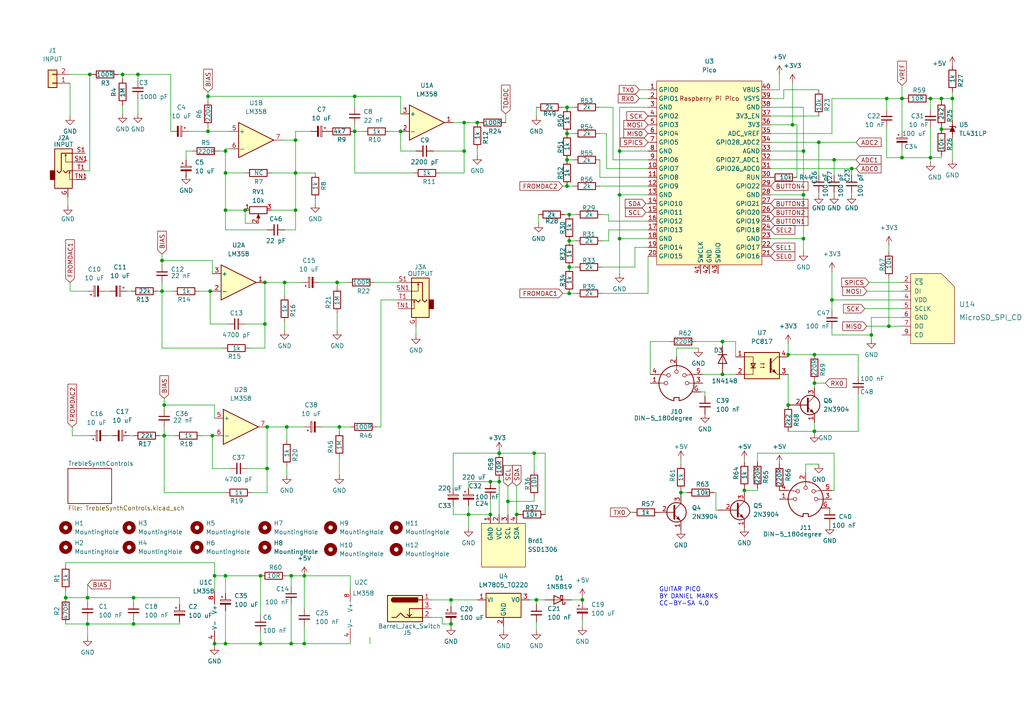
<source format=kicad_sch>
(kicad_sch (version 20211123) (generator eeschema)
  (paper "A4")
  (junction (at 261.62 45.72))
  (junction (at 102.87 27.94))
  (junction (at 85.725 60.96))
  (junction (at 236.22 111.125))
  (junction (at 40.005 21.59))
  (junction (at 273.05 28.575))
  (junction (at 241.3 86.995))
  (junction (at 233.045 69.215))
  (junction (at 252.73 97.155))
  (junction (at 19.05 173.355))
  (junction (at 215.9 142.24))
  (junction (at 60.325 38.1))
  (junction (at 165.1 69.85))
  (junction (at 130.81 173.99))
  (junction (at 65.405 43.815))
  (junction (at 276.225 28.575))
  (junction (at 76.835 81.915))
  (junction (at 46.99 84.455))
  (junction (at 84.455 167.005))
  (junction (at 179.705 69.215))
  (junction (at 65.405 50.165))
  (junction (at 165.1 62.23))
  (junction (at 236.22 102.87))
  (junction (at 149.86 149.225))
  (junction (at 209.55 108.585))
  (junction (at 165.1 77.47))
  (junction (at 269.875 45.72))
  (junction (at 98.425 123.825))
  (junction (at 138.43 35.56))
  (junction (at 35.56 21.59))
  (junction (at 25.4 173.355))
  (junction (at 154.94 131.445))
  (junction (at 65.405 186.69))
  (junction (at 76.835 93.98))
  (junction (at 155.575 173.99))
  (junction (at 61.595 126.365))
  (junction (at 85.725 50.165))
  (junction (at 102.87 38.1))
  (junction (at 88.265 186.69))
  (junction (at 116.205 38.1))
  (junction (at 142.24 139.7))
  (junction (at 144.78 131.445))
  (junction (at 62.23 167.005))
  (junction (at 164.465 53.975))
  (junction (at 164.465 46.355))
  (junction (at 75.565 167.005))
  (junction (at 75.565 186.69))
  (junction (at 164.465 38.735))
  (junction (at 261.62 28.575))
  (junction (at 229.87 36.195))
  (junction (at 134.62 43.815))
  (junction (at 26.035 21.59))
  (junction (at 164.465 31.115))
  (junction (at 257.175 28.575))
  (junction (at 46.99 75.565))
  (junction (at 257.81 94.615))
  (junction (at 236.22 125.095))
  (junction (at 77.47 123.825))
  (junction (at 88.265 167.005))
  (junction (at 134.62 35.56))
  (junction (at 179.705 56.515))
  (junction (at 241.935 46.355))
  (junction (at 273.05 37.465))
  (junction (at 130.81 180.975))
  (junction (at 233.045 43.815))
  (junction (at 83.185 123.825))
  (junction (at 60.96 84.455))
  (junction (at 71.12 60.96))
  (junction (at 165.1 85.09))
  (junction (at 237.49 41.275))
  (junction (at 233.045 56.515))
  (junction (at 247.015 48.895))
  (junction (at 209.55 99.06))
  (junction (at 97.79 81.915))
  (junction (at 47.625 117.475))
  (junction (at 85.725 40.64))
  (junction (at 179.705 43.815))
  (junction (at 38.735 180.975))
  (junction (at 228.6 102.87))
  (junction (at 60.325 27.94))
  (junction (at 65.405 167.005))
  (junction (at 65.405 60.96))
  (junction (at 228.6 117.475))
  (junction (at 197.485 142.875))
  (junction (at 142.24 149.225))
  (junction (at 144.78 139.7))
  (junction (at 62.23 186.69))
  (junction (at 82.55 81.915))
  (junction (at 38.735 173.355))
  (junction (at 269.875 28.575))
  (junction (at 84.455 186.69))
  (junction (at 25.4 180.975))
  (junction (at 168.91 173.99))
  (junction (at 47.625 126.365))
  (junction (at 147.32 145.415))
  (junction (at 77.47 135.89))
  (junction (at 135.89 149.225))
  (wire (pts (xy 102.87 50.165) (xy 102.87 38.1)))
  (wire (pts (xy 47.625 117.475) (xy 62.23 117.475)))
  (wire (pts (xy 223.52 33.655) (xy 237.49 33.655)))
  (wire (pts (xy 38.735 173.355) (xy 52.07 173.355)))
  (wire (pts (xy 173.99 51.435) (xy 187.96 51.435)))
  (wire (pts (xy 46.355 126.365) (xy 47.625 126.365)))
  (wire (pts (xy 53.975 43.815) (xy 55.88 43.815)))
  (wire (pts (xy 273.05 37.465) (xy 273.685 37.465)))
  (wire (pts (xy 223.52 38.735) (xy 241.3 38.735)))
  (wire (pts (xy 113.03 38.1) (xy 116.205 38.1)))
  (wire (pts (xy 46.99 84.455) (xy 50.165 84.455)))
  (wire (pts (xy 134.62 43.815) (xy 134.62 35.56)))
  (wire (pts (xy 65.405 43.815) (xy 65.405 43.18)))
  (wire (pts (xy 187.325 59.055) (xy 187.96 59.055)))
  (wire (pts (xy 241.3 28.575) (xy 241.3 38.735)))
  (wire (pts (xy 60.96 84.455) (xy 61.595 84.455)))
  (wire (pts (xy 65.405 50.165) (xy 65.405 60.96)))
  (wire (pts (xy 85.725 38.1) (xy 85.725 40.64)))
  (wire (pts (xy 60.325 26.67) (xy 60.325 27.94)))
  (wire (pts (xy 226.06 26.035) (xy 223.52 26.035)))
  (wire (pts (xy 116.205 27.94) (xy 116.205 33.02)))
  (wire (pts (xy 19.05 180.975) (xy 25.4 180.975)))
  (wire (pts (xy 65.405 43.18) (xy 66.675 43.18)))
  (wire (pts (xy 84.455 175.26) (xy 84.455 186.69)))
  (wire (pts (xy 154.94 144.145) (xy 154.94 145.415)))
  (wire (pts (xy 241.935 142.24) (xy 241.3 142.24)))
  (wire (pts (xy 179.705 31.115) (xy 187.96 31.115)))
  (wire (pts (xy 241.935 46.355) (xy 248.285 46.355)))
  (wire (pts (xy 248.92 125.095) (xy 236.22 125.095)))
  (wire (pts (xy 135.89 141.605) (xy 135.89 139.7)))
  (wire (pts (xy 38.735 180.975) (xy 38.735 179.705)))
  (wire (pts (xy 37.465 126.365) (xy 38.735 126.365)))
  (wire (pts (xy 135.89 139.7) (xy 142.24 139.7)))
  (wire (pts (xy 25.4 180.975) (xy 25.4 184.785)))
  (wire (pts (xy 233.045 56.515) (xy 233.045 43.815)))
  (wire (pts (xy 46.99 100.965) (xy 46.99 84.455)))
  (wire (pts (xy 24.765 49.53) (xy 26.035 49.53)))
  (wire (pts (xy 155.575 175.26) (xy 155.575 173.99)))
  (wire (pts (xy 97.79 90.805) (xy 97.79 95.885)))
  (wire (pts (xy 155.575 173.99) (xy 153.67 173.99)))
  (wire (pts (xy 176.53 62.23) (xy 176.53 64.135)))
  (wire (pts (xy 36.83 84.455) (xy 38.1 84.455)))
  (wire (pts (xy 149.86 149.225) (xy 150.495 149.225)))
  (wire (pts (xy 83.185 135.255) (xy 83.185 137.795)))
  (wire (pts (xy 173.99 46.355) (xy 173.99 51.435)))
  (wire (pts (xy 61.595 75.565) (xy 61.595 79.375)))
  (wire (pts (xy 125.095 179.07) (xy 128.27 179.07)))
  (wire (pts (xy 174.625 69.85) (xy 176.53 69.85)))
  (wire (pts (xy 257.175 45.72) (xy 261.62 45.72)))
  (wire (pts (xy 187.325 61.595) (xy 187.96 61.595)))
  (wire (pts (xy 78.74 50.165) (xy 85.725 50.165)))
  (wire (pts (xy 241.3 97.155) (xy 252.73 97.155)))
  (wire (pts (xy 233.045 43.815) (xy 233.045 31.115)))
  (wire (pts (xy 62.23 186.69) (xy 65.405 186.69)))
  (wire (pts (xy 120.015 50.165) (xy 102.87 50.165)))
  (wire (pts (xy 125.73 43.815) (xy 134.62 43.815)))
  (wire (pts (xy 184.15 77.47) (xy 184.15 71.755)))
  (wire (pts (xy 83.185 123.825) (xy 77.47 123.825)))
  (wire (pts (xy 144.78 130.81) (xy 144.78 131.445)))
  (wire (pts (xy 146.685 33.02) (xy 146.685 35.56)))
  (wire (pts (xy 257.81 94.615) (xy 261.62 94.615)))
  (wire (pts (xy 62.23 167.005) (xy 65.405 167.005)))
  (wire (pts (xy 179.705 79.375) (xy 179.705 69.215)))
  (wire (pts (xy 196.215 100.965) (xy 202.565 100.965)))
  (wire (pts (xy 102.87 27.94) (xy 116.205 27.94)))
  (wire (pts (xy 223.52 69.215) (xy 233.045 69.215)))
  (wire (pts (xy 77.47 123.825) (xy 77.47 135.89)))
  (wire (pts (xy 257.175 28.575) (xy 261.62 28.575)))
  (wire (pts (xy 25.4 179.705) (xy 25.4 180.975)))
  (wire (pts (xy 65.405 167.005) (xy 65.405 172.085)))
  (wire (pts (xy 185.42 28.575) (xy 187.96 28.575)))
  (wire (pts (xy 163.195 85.09) (xy 165.1 85.09)))
  (wire (pts (xy 65.405 50.165) (xy 71.12 50.165)))
  (wire (pts (xy 52.07 175.26) (xy 52.07 173.355)))
  (wire (pts (xy 261.62 28.575) (xy 262.255 28.575)))
  (wire (pts (xy 85.725 60.96) (xy 78.74 60.96)))
  (wire (pts (xy 144.78 131.445) (xy 154.94 131.445)))
  (wire (pts (xy 247.015 56.515) (xy 247.015 55.88)))
  (wire (pts (xy 75.565 183.515) (xy 75.565 186.69)))
  (wire (pts (xy 52.07 180.975) (xy 52.07 180.34)))
  (wire (pts (xy 102.87 38.1) (xy 105.41 38.1)))
  (wire (pts (xy 116.205 38.1) (xy 116.205 43.815)))
  (wire (pts (xy 196.215 103.505) (xy 196.215 100.965)))
  (wire (pts (xy 135.89 149.225) (xy 135.89 153.035)))
  (wire (pts (xy 233.045 73.025) (xy 233.045 69.215)))
  (wire (pts (xy 46.99 75.565) (xy 61.595 75.565)))
  (wire (pts (xy 60.96 84.455) (xy 60.96 93.98)))
  (wire (pts (xy 102.87 27.94) (xy 102.87 31.115)))
  (wire (pts (xy 97.79 81.915) (xy 92.71 81.915)))
  (wire (pts (xy 228.6 102.87) (xy 236.22 102.87)))
  (wire (pts (xy 35.56 30.48) (xy 35.56 33.02)))
  (wire (pts (xy 163.195 31.115) (xy 164.465 31.115)))
  (wire (pts (xy 71.755 135.89) (xy 77.47 135.89)))
  (wire (pts (xy 98.425 123.825) (xy 93.345 123.825)))
  (wire (pts (xy 76.835 93.98) (xy 76.835 100.965)))
  (wire (pts (xy 142.24 139.7) (xy 144.78 139.7)))
  (wire (pts (xy 174.625 62.23) (xy 176.53 62.23)))
  (wire (pts (xy 85.725 50.165) (xy 91.44 50.165)))
  (wire (pts (xy 108.585 81.915) (xy 115.57 81.915)))
  (wire (pts (xy 228.6 102.87) (xy 228.6 103.505)))
  (wire (pts (xy 215.9 141.605) (xy 215.9 142.24)))
  (wire (pts (xy 185.42 26.035) (xy 187.96 26.035)))
  (wire (pts (xy 248.92 114.3) (xy 248.92 125.095)))
  (wire (pts (xy 131.445 131.445) (xy 131.445 141.605)))
  (wire (pts (xy 164.465 38.735) (xy 166.37 38.735)))
  (wire (pts (xy 130.81 173.99) (xy 138.43 173.99)))
  (wire (pts (xy 61.595 126.365) (xy 62.23 126.365)))
  (wire (pts (xy 83.185 123.825) (xy 88.265 123.825)))
  (wire (pts (xy 81.915 40.64) (xy 85.725 40.64)))
  (wire (pts (xy 61.595 135.89) (xy 66.675 135.89)))
  (wire (pts (xy 179.705 56.515) (xy 179.705 43.815)))
  (wire (pts (xy 65.405 142.875) (xy 47.625 142.875)))
  (wire (pts (xy 197.485 142.875) (xy 199.39 142.875)))
  (wire (pts (xy 83.185 127.635) (xy 83.185 123.825)))
  (wire (pts (xy 91.44 57.785) (xy 91.44 59.055)))
  (wire (pts (xy 237.49 55.88) (xy 237.49 56.515)))
  (wire (pts (xy 223.52 41.275) (xy 237.49 41.275)))
  (wire (pts (xy 131.445 35.56) (xy 134.62 35.56)))
  (wire (pts (xy 213.36 103.505) (xy 213.36 99.06)))
  (wire (pts (xy 228.6 99.695) (xy 228.6 102.87)))
  (wire (pts (xy 257.81 71.12) (xy 257.81 73.025)))
  (wire (pts (xy 241.3 86.995) (xy 261.62 86.995)))
  (wire (pts (xy 168.91 174.625) (xy 168.91 173.99)))
  (wire (pts (xy 60.325 36.83) (xy 60.325 38.1)))
  (wire (pts (xy 40.005 28.575) (xy 40.005 33.02)))
  (wire (pts (xy 179.705 43.815) (xy 179.705 31.115)))
  (wire (pts (xy 233.68 134.62) (xy 237.49 134.62)))
  (wire (pts (xy 88.265 167.005) (xy 88.265 176.53)))
  (wire (pts (xy 19.05 163.195) (xy 19.05 163.83)))
  (wire (pts (xy 228.6 125.095) (xy 236.22 125.095)))
  (wire (pts (xy 138.43 35.56) (xy 139.065 35.56)))
  (wire (pts (xy 26.035 21.59) (xy 26.67 21.59)))
  (wire (pts (xy 82.55 93.345) (xy 82.55 95.885)))
  (wire (pts (xy 53.975 51.435) (xy 53.975 50.8)))
  (wire (pts (xy 20.32 21.59) (xy 26.035 21.59)))
  (wire (pts (xy 146.05 181.61) (xy 146.05 182.88)))
  (wire (pts (xy 25.4 174.625) (xy 25.4 173.355)))
  (wire (pts (xy 223.52 48.895) (xy 247.015 48.895)))
  (wire (pts (xy 85.725 66.675) (xy 82.55 66.675)))
  (wire (pts (xy 241.935 46.355) (xy 241.935 50.8)))
  (wire (pts (xy 110.49 86.995) (xy 110.49 123.825)))
  (wire (pts (xy 164.465 53.975) (xy 166.37 53.975)))
  (wire (pts (xy 241.3 28.575) (xy 257.175 28.575)))
  (wire (pts (xy 215.9 142.24) (xy 219.71 142.24)))
  (wire (pts (xy 84.455 186.69) (xy 88.265 186.69)))
  (wire (pts (xy 177.8 46.355) (xy 187.96 46.355)))
  (wire (pts (xy 135.89 149.225) (xy 142.24 149.225)))
  (wire (pts (xy 65.405 186.69) (xy 75.565 186.69)))
  (wire (pts (xy 110.49 86.995) (xy 115.57 86.995)))
  (wire (pts (xy 20.32 24.13) (xy 20.32 33.655)))
  (wire (pts (xy 204.47 113.665) (xy 203.2 113.665)))
  (wire (pts (xy 130.81 173.99) (xy 130.81 175.895)))
  (wire (pts (xy 65.405 177.165) (xy 65.405 186.69)))
  (wire (pts (xy 229.87 24.13) (xy 229.87 36.195)))
  (wire (pts (xy 128.27 180.975) (xy 130.81 180.975)))
  (wire (pts (xy 188.595 99.06) (xy 188.595 108.585)))
  (wire (pts (xy 188.595 99.06) (xy 194.31 99.06)))
  (wire (pts (xy 25.4 173.355) (xy 19.05 173.355)))
  (wire (pts (xy 34.29 21.59) (xy 35.56 21.59)))
  (wire (pts (xy 233.045 69.215) (xy 233.045 56.515)))
  (wire (pts (xy 183.515 148.59) (xy 182.88 148.59)))
  (wire (pts (xy 101.6 167.005) (xy 101.6 170.815)))
  (wire (pts (xy 77.47 135.89) (xy 77.47 142.875)))
  (wire (pts (xy 250.825 89.535) (xy 261.62 89.535)))
  (wire (pts (xy 233.68 137.16) (xy 233.68 134.62)))
  (wire (pts (xy 173.99 38.735) (xy 175.895 38.735)))
  (wire (pts (xy 163.83 62.23) (xy 165.1 62.23)))
  (wire (pts (xy 269.875 28.575) (xy 269.875 31.75)))
  (wire (pts (xy 155.575 31.115) (xy 155.575 33.655)))
  (wire (pts (xy 46.99 81.915) (xy 46.99 84.455)))
  (wire (pts (xy 209.55 107.95) (xy 209.55 108.585)))
  (wire (pts (xy 19.05 163.195) (xy 62.23 163.195)))
  (wire (pts (xy 60.96 93.98) (xy 66.04 93.98)))
  (wire (pts (xy 276.225 28.575) (xy 276.225 34.925)))
  (wire (pts (xy 241.935 55.88) (xy 241.935 56.515)))
  (wire (pts (xy 165.1 85.09) (xy 167.005 85.09)))
  (wire (pts (xy 241.3 78.74) (xy 241.3 86.995)))
  (wire (pts (xy 176.53 69.85) (xy 176.53 66.675)))
  (wire (pts (xy 35.56 21.59) (xy 35.56 22.86)))
  (wire (pts (xy 65.405 60.96) (xy 65.405 66.675)))
  (wire (pts (xy 187.96 85.09) (xy 187.96 74.295)))
  (wire (pts (xy 147.32 140.97) (xy 147.32 145.415)))
  (wire (pts (xy 158.115 131.445) (xy 158.115 149.225)))
  (wire (pts (xy 207.645 147.955) (xy 208.28 147.955)))
  (wire (pts (xy 236.22 125.095) (xy 236.22 125.73)))
  (wire (pts (xy 71.12 64.77) (xy 74.93 64.77)))
  (wire (pts (xy 261.62 24.765) (xy 261.62 28.575)))
  (wire (pts (xy 207.01 142.875) (xy 207.645 142.875)))
  (wire (pts (xy 219.71 131.445) (xy 241.935 131.445)))
  (wire (pts (xy 131.445 146.685) (xy 131.445 149.225)))
  (wire (pts (xy 241.935 131.445) (xy 241.935 142.24)))
  (wire (pts (xy 83.185 167.005) (xy 84.455 167.005)))
  (wire (pts (xy 197.485 142.24) (xy 197.485 142.875)))
  (wire (pts (xy 84.455 170.18) (xy 84.455 167.005)))
  (wire (pts (xy 142.24 144.78) (xy 142.24 149.225)))
  (wire (pts (xy 168.91 173.355) (xy 168.91 173.99)))
  (wire (pts (xy 174.625 85.09) (xy 187.96 85.09)))
  (wire (pts (xy 62.23 117.475) (xy 62.23 121.285)))
  (wire (pts (xy 71.12 93.98) (xy 76.835 93.98)))
  (wire (pts (xy 177.8 31.115) (xy 177.8 46.355)))
  (wire (pts (xy 237.49 41.275) (xy 248.285 41.275)))
  (wire (pts (xy 49.53 21.59) (xy 49.53 38.1)))
  (wire (pts (xy 54.61 38.1) (xy 60.325 38.1)))
  (wire (pts (xy 164.465 31.115) (xy 166.37 31.115)))
  (wire (pts (xy 125.095 173.99) (xy 130.81 173.99)))
  (wire (pts (xy 164.465 46.355) (xy 166.37 46.355)))
  (wire (pts (xy 84.455 186.69) (xy 75.565 186.69)))
  (wire (pts (xy 207.645 142.875) (xy 207.645 147.955)))
  (wire (pts (xy 60.325 27.94) (xy 60.325 29.21)))
  (wire (pts (xy 154.94 131.445) (xy 154.94 136.525)))
  (wire (pts (xy 65.405 60.96) (xy 71.12 60.96)))
  (wire (pts (xy 276.225 40.005) (xy 276.225 46.355)))
  (wire (pts (xy 45.72 84.455) (xy 46.99 84.455)))
  (wire (pts (xy 229.87 36.195) (xy 231.14 36.195)))
  (wire (pts (xy 154.94 131.445) (xy 158.115 131.445)))
  (wire (pts (xy 88.265 167.005) (xy 84.455 167.005)))
  (wire (pts (xy 156.21 62.23) (xy 156.21 64.77)))
  (wire (pts (xy 144.78 139.065) (xy 144.78 139.7)))
  (wire (pts (xy 47.625 142.875) (xy 47.625 126.365)))
  (wire (pts (xy 116.205 43.815) (xy 120.65 43.815)))
  (wire (pts (xy 135.89 146.685) (xy 135.89 149.225)))
  (wire (pts (xy 19.685 57.15) (xy 19.685 59.69)))
  (wire (pts (xy 226.06 21.59) (xy 226.06 26.035)))
  (wire (pts (xy 257.81 80.645) (xy 257.81 94.615)))
  (wire (pts (xy 175.895 48.895) (xy 187.96 48.895)))
  (wire (pts (xy 219.71 133.985) (xy 219.71 131.445)))
  (wire (pts (xy 273.05 28.575) (xy 273.05 29.21)))
  (wire (pts (xy 101.6 186.055) (xy 101.6 186.69)))
  (wire (pts (xy 191.135 148.59) (xy 189.865 148.59)))
  (wire (pts (xy 57.785 84.455) (xy 60.96 84.455)))
  (wire (pts (xy 109.22 123.825) (xy 110.49 123.825)))
  (wire (pts (xy 203.835 108.585) (xy 209.55 108.585)))
  (wire (pts (xy 138.43 43.18) (xy 138.43 45.085)))
  (wire (pts (xy 134.62 35.56) (xy 138.43 35.56)))
  (wire (pts (xy 65.405 66.675) (xy 77.47 66.675)))
  (wire (pts (xy 63.5 43.815) (xy 65.405 43.815)))
  (wire (pts (xy 155.575 180.34) (xy 155.575 182.88)))
  (wire (pts (xy 257.175 28.575) (xy 257.175 31.75)))
  (wire (pts (xy 269.875 45.72) (xy 269.875 46.99)))
  (wire (pts (xy 47.625 115.57) (xy 47.625 117.475)))
  (wire (pts (xy 236.22 122.555) (xy 236.22 125.095)))
  (wire (pts (xy 60.325 27.94) (xy 102.87 27.94)))
  (wire (pts (xy 85.725 50.165) (xy 85.725 60.96)))
  (wire (pts (xy 62.23 163.195) (xy 62.23 167.005)))
  (wire (pts (xy 47.625 123.825) (xy 47.625 126.365)))
  (wire (pts (xy 82.55 81.915) (xy 76.835 81.915)))
  (wire (pts (xy 197.485 142.875) (xy 197.485 143.51)))
  (wire (pts (xy 261.62 43.18) (xy 261.62 45.72)))
  (wire (pts (xy 85.725 38.1) (xy 90.17 38.1)))
  (wire (pts (xy 209.55 99.06) (xy 213.36 99.06)))
  (wire (pts (xy 184.15 71.755) (xy 187.96 71.755)))
  (wire (pts (xy 175.895 38.735) (xy 175.895 48.895)))
  (wire (pts (xy 38.735 173.355) (xy 25.4 173.355)))
  (wire (pts (xy 75.565 167.005) (xy 75.565 178.435)))
  (wire (pts (xy 209.55 99.06) (xy 209.55 100.33)))
  (wire (pts (xy 20.955 126.365) (xy 26.035 126.365)))
  (wire (pts (xy 98.425 123.825) (xy 101.6 123.825)))
  (wire (pts (xy 64.77 100.965) (xy 46.99 100.965)))
  (wire (pts (xy 236.22 110.49) (xy 236.22 111.125)))
  (wire (pts (xy 223.52 56.515) (xy 233.045 56.515)))
  (wire (pts (xy 20.955 123.825) (xy 20.955 126.365)))
  (wire (pts (xy 71.12 60.96) (xy 71.12 64.77)))
  (wire (pts (xy 227.33 26.035) (xy 237.49 26.035)))
  (wire (pts (xy 237.49 41.275) (xy 237.49 50.8)))
  (wire (pts (xy 46.99 73.66) (xy 46.99 75.565)))
  (wire (pts (xy 219.71 142.24) (xy 219.71 141.605)))
  (wire (pts (xy 20.32 81.915) (xy 20.32 84.455)))
  (wire (pts (xy 65.405 43.815) (xy 65.405 50.165)))
  (wire (pts (xy 261.62 28.575) (xy 261.62 38.1)))
  (wire (pts (xy 179.705 56.515) (xy 187.96 56.515)))
  (wire (pts (xy 38.735 180.975) (xy 52.07 180.975)))
  (wire (pts (xy 149.86 140.97) (xy 149.86 149.225)))
  (wire (pts (xy 168.91 179.705) (xy 168.91 181.61)))
  (wire (pts (xy 131.445 149.225) (xy 135.89 149.225)))
  (wire (pts (xy 58.42 126.365) (xy 61.595 126.365)))
  (wire (pts (xy 173.99 31.115) (xy 177.8 31.115)))
  (wire (pts (xy 252.73 98.425) (xy 252.73 97.155)))
  (wire (pts (xy 60.325 38.1) (xy 66.675 38.1)))
  (wire (pts (xy 227.33 28.575) (xy 227.33 26.035)))
  (wire (pts (xy 61.595 126.365) (xy 61.595 135.89)))
  (wire (pts (xy 252.73 92.075) (xy 261.62 92.075)))
  (wire (pts (xy 31.115 126.365) (xy 32.385 126.365)))
  (wire (pts (xy 257.175 36.83) (xy 257.175 45.72)))
  (wire (pts (xy 147.32 145.415) (xy 147.32 149.225)))
  (wire (pts (xy 252.095 81.915) (xy 261.62 81.915)))
  (wire (pts (xy 223.52 43.815) (xy 233.045 43.815)))
  (wire (pts (xy 88.265 181.61) (xy 88.265 186.69)))
  (wire (pts (xy 241.3 90.17) (xy 241.3 86.995)))
  (wire (pts (xy 179.705 69.215) (xy 179.705 56.515)))
  (wire (pts (xy 65.405 167.005) (xy 75.565 167.005)))
  (wire (pts (xy 40.005 21.59) (xy 49.53 21.59)))
  (wire (pts (xy 273.05 28.575) (xy 276.225 28.575)))
  (wire (pts (xy 88.265 167.005) (xy 101.6 167.005)))
  (wire (pts (xy 273.05 36.83) (xy 273.05 37.465)))
  (wire (pts (xy 130.81 180.975) (xy 130.81 181.61)))
  (wire (pts (xy 215.9 133.985) (xy 215.9 133.35)))
  (wire (pts (xy 233.045 31.115) (xy 223.52 31.115)))
  (wire (pts (xy 35.56 21.59) (xy 40.005 21.59)))
  (wire (pts (xy 251.46 84.455) (xy 261.62 84.455)))
  (wire (pts (xy 251.46 94.615) (xy 257.81 94.615)))
  (wire (pts (xy 165.1 69.85) (xy 167.005 69.85)))
  (wire (pts (xy 62.23 167.005) (xy 62.23 171.45)))
  (wire (pts (xy 25.4 169.545) (xy 25.4 173.355)))
  (wire (pts (xy 26.035 21.59) (xy 26.035 49.53)))
  (wire (pts (xy 231.14 36.195) (xy 231.14 51.435)))
  (wire (pts (xy 85.725 60.96) (xy 85.725 66.675)))
  (wire (pts (xy 176.53 66.675) (xy 187.96 66.675)))
  (wire (pts (xy 241.3 95.25) (xy 241.3 97.155)))
  (wire (pts (xy 176.53 64.135) (xy 187.96 64.135)))
  (wire (pts (xy 269.875 45.72) (xy 273.05 45.72)))
  (wire (pts (xy 174.625 77.47) (xy 184.15 77.47)))
  (wire (pts (xy 38.735 174.625) (xy 38.735 173.355)))
  (wire (pts (xy 247.015 48.895) (xy 248.285 48.895)))
  (wire (pts (xy 269.875 36.83) (xy 269.875 45.72)))
  (wire (pts (xy 102.87 36.195) (xy 102.87 38.1)))
  (wire (pts (xy 165.1 62.23) (xy 167.005 62.23)))
  (wire (pts (xy 107.315 186.69) (xy 107.315 184.785)))
  (wire (pts (xy 40.005 21.59) (xy 40.005 23.495)))
  (wire (pts (xy 165.735 173.99) (xy 168.91 173.99)))
  (wire (pts (xy 269.875 28.575) (xy 273.05 28.575)))
  (wire (pts (xy 276.225 26.67) (xy 276.225 28.575)))
  (wire (pts (xy 20.32 84.455) (xy 25.4 84.455)))
  (wire (pts (xy 82.55 81.915) (xy 87.63 81.915)))
  (wire (pts (xy 98.425 132.715) (xy 98.425 137.795)))
  (wire (pts (xy 252.73 97.155) (xy 252.73 92.075)))
  (wire (pts (xy 73.025 142.875) (xy 77.47 142.875)))
  (wire (pts (xy 173.99 53.975) (xy 187.96 53.975)))
  (wire (pts (xy 247.015 48.895) (xy 247.015 50.8)))
  (wire (pts (xy 155.575 173.99) (xy 158.115 173.99)))
  (wire (pts (xy 201.93 99.06) (xy 209.55 99.06)))
  (wire (pts (xy 128.27 179.07) (xy 128.27 180.975)))
  (wire (pts (xy 97.79 81.915) (xy 100.965 81.915)))
  (wire (pts (xy 261.62 45.72) (xy 269.875 45.72)))
  (wire (pts (xy 197.485 133.35) (xy 197.485 134.62)))
  (wire (pts (xy 215.9 142.24) (xy 215.9 142.875)))
  (wire (pts (xy 46.99 75.565) (xy 46.99 76.835)))
  (wire (pts (xy 97.79 83.185) (xy 97.79 81.915)))
  (wire (pts (xy 47.625 117.475) (xy 47.625 118.745)))
  (wire (pts (xy 25.4 180.975) (xy 38.735 180.975)))
  (wire (pts (xy 62.23 187.325) (xy 62.23 186.69)))
  (wire (pts (xy 98.425 125.095) (xy 98.425 123.825)))
  (wire (pts (xy 179.705 69.215) (xy 187.96 69.215)))
  (wire (pts (xy 248.92 102.87) (xy 248.92 109.22)))
  (wire (pts (xy 163.195 53.975) (xy 164.465 53.975)))
  (wire (pts (xy 53.975 46.355) (xy 53.975 43.815)))
  (wire (pts (xy 88.265 186.69) (xy 101.6 186.69)))
  (wire (pts (xy 179.705 43.815) (xy 187.96 43.815)))
  (wire (pts (xy 273.05 45.72) (xy 273.05 45.085)))
  (wire (pts (xy 134.62 43.815) (xy 134.62 50.165)))
  (wire (pts (xy 236.22 111.125) (xy 239.395 111.125)))
  (wire (pts (xy 223.52 46.355) (xy 241.935 46.355)))
  (wire (pts (xy 209.55 108.585) (xy 213.36 108.585)))
  (wire (pts (xy 236.22 102.87) (xy 248.92 102.87)))
  (wire (pts (xy 204.47 114.935) (xy 204.47 113.665)))
  (wire (pts (xy 85.725 40.64) (xy 85.725 50.165)))
  (wire (pts (xy 76.835 81.915) (xy 76.835 93.98)))
  (wire (pts (xy 19.05 171.45) (xy 19.05 173.355)))
  (wire (pts (xy 236.22 111.125) (xy 236.22 112.395)))
  (wire (pts (xy 144.78 139.7) (xy 144.78 149.225)))
  (wire (pts (xy 131.445 131.445) (xy 144.78 131.445)))
  (wire (pts (xy 228.6 108.585) (xy 228.6 117.475)))
  (wire (pts (xy 223.52 36.195) (xy 229.87 36.195)))
  (wire (pts (xy 127.635 50.165) (xy 134.62 50.165)))
  (wire (pts (xy 154.94 145.415) (xy 147.32 145.415)))
  (wire (pts (xy 120.65 94.615) (xy 120.65 97.155)))
  (wire (pts (xy 82.55 85.725) (xy 82.55 81.915)))
  (wire (pts (xy 165.1 77.47) (xy 167.005 77.47)))
  (wire (pts (xy 30.48 84.455) (xy 31.75 84.455)))
  (wire (pts (xy 47.625 126.365) (xy 50.8 126.365)))
  (wire (pts (xy 72.39 100.965) (xy 76.835 100.965)))
  (wire (pts (xy 223.52 28.575) (xy 227.33 28.575)))
  (text "GUITAR PICO\nBY DANIEL MARKS\nCC-BY-SA 4.0\n" (at 191.135 175.895 0) (effects (font (size 1.27 1.27)) (justify left bottom)))
  (global_label "BIAS" (shape input) (at 47.625 115.57 90) (property "Intersheet References" "${INTERSHEET_REFS}" (effects hide)))
  (global_label "FROMDAC2" (shape input) (at 20.955 123.825 90) (property "Intersheet References" "${INTERSHEET_REFS}" (effects hide)))
  (global_label "MOSI" (shape input) (at 251.46 84.455 180) (property "Intersheet References" "${INTERSHEET_REFS}" (effects hide)))
  (global_label "BUTTON3" (shape input) (at 223.52 59.055 0) (property "Intersheet References" "${INTERSHEET_REFS}" (effects hide)))
  (global_label "SCL" (shape input) (at 147.32 140.97 90) (property "Intersheet References" "${INTERSHEET_REFS}" (effects hide)))
  (global_label "SPICS" (shape input) (at 252.095 81.915 180) (property "Intersheet References" "${INTERSHEET_REFS}" (effects hide)))
  (global_label "SEL1" (shape input) (at 223.52 71.755 0) (property "Intersheet References" "${INTERSHEET_REFS}" (effects hide)))
  (global_label "FROMDAC1" (shape input) (at 20.32 81.915 90) (property "Intersheet References" "${INTERSHEET_REFS}" (effects hide)))
  (global_label "TX0" (shape input) (at 182.88 148.59 180) (property "Intersheet References" "${INTERSHEET_REFS}" (effects hide)))
  (global_label "VREF" (shape input) (at 261.62 24.765 90) (property "Intersheet References" "${INTERSHEET_REFS}" (effects hide)))
  (global_label "TOADC" (shape input) (at 146.685 33.02 90) (property "Intersheet References" "${INTERSHEET_REFS}" (effects hide)))
  (global_label "MOSI" (shape input) (at 187.96 36.195 180) (property "Intersheet References" "${INTERSHEET_REFS}" (effects hide)))
  (global_label "SEL2" (shape input) (at 223.52 66.675 0) (property "Intersheet References" "${INTERSHEET_REFS}" (effects hide)))
  (global_label "FROMDAC1" (shape input) (at 163.195 85.09 180) (property "Intersheet References" "${INTERSHEET_REFS}" (effects hide)))
  (global_label "FROMDAC2" (shape input) (at 163.195 53.975 180) (property "Intersheet References" "${INTERSHEET_REFS}" (effects hide)))
  (global_label "RX0" (shape input) (at 185.42 28.575 180) (property "Intersheet References" "${INTERSHEET_REFS}" (effects hide)))
  (global_label "SPICS" (shape input) (at 187.96 41.275 180) (property "Intersheet References" "${INTERSHEET_REFS}" (effects hide)))
  (global_label "MISO" (shape input) (at 187.96 38.735 180) (property "Intersheet References" "${INTERSHEET_REFS}" (effects hide)))
  (global_label "BUTTON4" (shape input) (at 223.52 53.975 0) (property "Intersheet References" "${INTERSHEET_REFS}" (effects hide)))
  (global_label "SEL0" (shape input) (at 223.52 74.295 0) (property "Intersheet References" "${INTERSHEET_REFS}" (effects hide)))
  (global_label "SCK" (shape input) (at 187.96 33.655 180) (property "Intersheet References" "${INTERSHEET_REFS}" (effects hide)))
  (global_label "RX0" (shape input) (at 239.395 111.125 0) (property "Intersheet References" "${INTERSHEET_REFS}" (effects hide)))
  (global_label "TX0" (shape input) (at 185.42 26.035 180) (property "Intersheet References" "${INTERSHEET_REFS}" (effects hide)))
  (global_label "BIAS" (shape input) (at 60.325 26.67 90) (property "Intersheet References" "${INTERSHEET_REFS}" (effects hide)))
  (global_label "SCK" (shape input) (at 250.825 89.535 180) (property "Intersheet References" "${INTERSHEET_REFS}" (effects hide)))
  (global_label "SDA" (shape input) (at 187.325 59.055 180) (property "Intersheet References" "${INTERSHEET_REFS}" (effects hide)))
  (global_label "MISO" (shape input) (at 251.46 94.615 180) (property "Intersheet References" "${INTERSHEET_REFS}" (effects hide)))
  (global_label "SCL" (shape input) (at 187.325 61.595 180) (property "Intersheet References" "${INTERSHEET_REFS}" (effects hide)))
  (global_label "BUTTON1" (shape input) (at 223.52 64.135 0) (property "Intersheet References" "${INTERSHEET_REFS}" (effects hide)))
  (global_label "BUTTON2" (shape input) (at 223.52 61.595 0) (property "Intersheet References" "${INTERSHEET_REFS}" (effects hide)))
  (global_label "ADC2" (shape input) (at 248.285 41.275 0) (property "Intersheet References" "${INTERSHEET_REFS}" (effects hide)))
  (global_label "BIAS" (shape input) (at 46.99 73.66 90) (property "Intersheet References" "${INTERSHEET_REFS}" (effects hide)))
  (global_label "ADC0" (shape input) (at 248.285 48.895 0) (property "Intersheet References" "${INTERSHEET_REFS}" (effects hide)))
  (global_label "SDA" (shape input) (at 149.86 140.97 90) (property "Intersheet References" "${INTERSHEET_REFS}" (effects hide)))
  (global_label "ADC1" (shape input) (at 248.285 46.355 0) (property "Intersheet References" "${INTERSHEET_REFS}" (effects hide)))
  (global_label "BIAS" (shape input) (at 25.4 169.545 0) (property "Intersheet References" "${INTERSHEET_REFS}" (effects hide)))
  (symbol (lib_id "Mechanical:MountingHole") (at 114.935 153.035 0) (unit 1)
    (property "Reference" "H11" (at 117.475 151.7649 0) (effects (justify left)))
    (property "Value" "MountingHole" (at 117.475 154.3049 0) (effects (justify left)))
    (property "Footprint" "MountingHole:MountingHole_3.2mm_M3" (effects hide))
  )
  (symbol (lib_id "Device:R") (at 159.385 31.115 270) (unit 1)
    (property "Reference" "R49" (at 157.48 33.02 90) (effects (justify left)))
    (property "Value" "2k" (at 158.115 31.115 90) (effects (justify left)))
    (property "Footprint" "Resistor_THT:R_Axial_DIN0207_L6.3mm_D2.5mm_P7.62mm_Horizontal" (effects hide))
  )
  (symbol (lib_id "power:GND") (at 236.22 125.73 0) (unit 1)
    (property "Reference" "#PWR0165" (effects hide))
    (property "Value" "GND" (at 239.395 127 0))
  )
  (symbol (lib_id "Device:R") (at 98.425 128.905 180) (unit 1)
    (property "Reference" "R45" (at 95.885 127.635 90) (effects (justify left)))
    (property "Value" "1M" (at 98.425 127.635 90) (effects (justify left)))
    (property "Footprint" "Resistor_THT:R_Axial_DIN0207_L6.3mm_D2.5mm_P7.62mm_Horizontal" (effects hide))
  )
  (symbol (lib_id "power:GND") (at 276.225 46.355 0) (unit 1)
    (property "Reference" "#PWR0127" (effects hide))
    (property "Value" "GND" (at 276.225 50.8 0))
  )
  (symbol (lib_id "Mechanical:MountingHole") (at 19.05 158.75 0) (unit 1)
    (property "Reference" "H2" (at 21.59 157.4799 0) (effects (justify left)))
    (property "Value" "MountingHole" (at 21.59 160.0199 0) (effects (justify left)))
    (property "Footprint" "MountingHole:MountingHole_3.2mm_M3" (effects hide))
  )
  (symbol (lib_id "Device:R") (at 35.56 26.67 180) (unit 1)
    (property "Reference" "R4" (at 33.02 25.4 90) (effects (justify left)))
    (property "Value" "1M" (at 35.56 25.4 90) (effects (justify left)))
    (property "Footprint" "Resistor_THT:R_Axial_DIN0207_L6.3mm_D2.5mm_P7.62mm_Horizontal" (effects hide))
  )
  (symbol (lib_id "Device:C_Polarized_Small") (at 130.81 178.435 0) (unit 1)
    (property "Reference" "C20" (at 133.35 176.6188 0) (effects (justify left)))
    (property "Value" "100 uF" (at 133.35 179.1588 0) (effects (justify left)))
    (property "Footprint" "Capacitor_THT:CP_Radial_D5.0mm_P2.50mm" (effects hide))
  )
  (symbol (lib_id "Device:C_Polarized_Small") (at 34.29 84.455 270) (unit 1)
    (property "Reference" "C11" (at 34.8361 77.47 90))
    (property "Value" "10 uF" (at 34.8361 80.01 90))
    (property "Footprint" "Capacitor_THT:CP_Radial_D5.0mm_P2.50mm" (effects hide))
  )
  (symbol (lib_id "Device:C_Small") (at 142.24 142.24 180) (unit 1)
    (property "Reference" "C24" (at 137.795 146.05 0) (effects (justify right)))
    (property "Value" "100 nF" (at 137.795 144.145 0) (effects (justify right)))
    (property "Footprint" "Capacitor_THT:C_Disc_D5.0mm_W2.5mm_P5.00mm" (effects hide))
  )
  (symbol (lib_id "Device:C_Small") (at 155.575 177.8 0) (unit 1)
    (property "Reference" "C21" (at 158.75 176.5362 0) (effects (justify left)))
    (property "Value" "100 nF" (at 158.75 179.0762 0) (effects (justify left)))
    (property "Footprint" "Capacitor_THT:C_Disc_D5.0mm_W2.5mm_P5.00mm" (effects hide))
  )
  (symbol (lib_id "Device:R") (at 165.1 73.66 180) (unit 1)
    (property "Reference" "R32" (at 163.195 71.755 90) (effects (justify left)))
    (property "Value" "1k" (at 165.1 72.39 90) (effects (justify left)))
    (property "Footprint" "Resistor_THT:R_Axial_DIN0207_L6.3mm_D2.5mm_P7.62mm_Horizontal" (effects hide))
  )
  (symbol (lib_id "Device:R") (at 123.825 50.165 270) (unit 1)
    (property "Reference" "R11" (at 122.555 52.705 90) (effects (justify left)))
    (property "Value" "1k" (at 122.555 50.165 90) (effects (justify left)))
    (property "Footprint" "Resistor_THT:R_Axial_DIN0207_L6.3mm_D2.5mm_P7.62mm_Horizontal" (effects hide))
  )
  (symbol (lib_id "Reference_Voltage:TL431LP") (at 276.225 37.465 90) (unit 1)
    (property "Reference" "U5" (at 278.13 36.1949 90) (effects (justify right)))
    (property "Value" "TL431LP" (at 278.13 38.7349 90) (effects (justify right)))
    (property "Footprint" "Package_TO_SOT_THT:TO-92_Inline_Wide" (effects hide))
    (property "Datasheet" "http://www.ti.com/lit/ds/symlink/tl431.pdf" (effects hide))
  )
  (symbol (lib_id "Mechanical:MountingHole") (at 76.835 153.035 0) (unit 1)
    (property "Reference" "H7" (at 79.375 151.7649 0) (effects (justify left)))
    (property "Value" "MountingHole" (at 79.375 154.3049 0) (effects (justify left)))
    (property "Footprint" "MountingHole:MountingHole_3.2mm_M3" (effects hide))
  )
  (symbol (lib_id "din-5_180degree-with-shld:DIN-5_180degree") (at 233.68 144.78 0) (unit 1)
    (property "Reference" "J11" (at 233.6801 153.035 0))
    (property "Value" "DIN-5_180degree" (at 229.87 154.94 0))
    (property "Footprint" "TrebleSynth:DIN5Circular" (effects hide))
    (property "Datasheet" "http://www.mouser.com/ds/2/18/40_c091_abd_e-75918.pdf" (effects hide))
  )
  (symbol (lib_id "Device:C_Small") (at 241.935 53.34 0) (unit 1)
    (property "Reference" "C27" (at 240.665 49.53 90) (effects (justify right)))
    (property "Value" "100 pF" (at 243.84 50.165 90) (effects (justify right)))
    (property "Footprint" "Capacitor_THT:C_Disc_D5.0mm_W2.5mm_P5.00mm" (effects hide))
  )
  (symbol (lib_id "power:GND") (at 53.975 50.8 0) (unit 1)
    (property "Reference" "#PWR0102" (effects hide))
    (property "Value" "GND" (at 53.975 55.245 0))
  )
  (symbol (lib_id "Device:R") (at 54.61 126.365 90) (unit 1)
    (property "Reference" "R18" (at 56.007 128.778 90) (effects (justify left)))
    (property "Value" "1k" (at 55.88 126.365 90) (effects (justify left)))
    (property "Footprint" "Resistor_THT:R_Axial_DIN0207_L6.3mm_D2.5mm_P7.62mm_Horizontal" (effects hide))
  )
  (symbol (lib_id "power:GND") (at 135.89 153.035 0) (unit 1)
    (property "Reference" "#PWR0133" (effects hide))
    (property "Value" "GND" (at 135.89 157.48 0))
  )
  (symbol (lib_id "Mechanical:MountingHole") (at 37.465 158.75 0) (unit 1)
    (property "Reference" "H4" (at 40.005 157.4799 0) (effects (justify left)))
    (property "Value" "MountingHole" (at 40.005 160.0199 0) (effects (justify left)))
    (property "Footprint" "MountingHole:MountingHole_3.2mm_M3" (effects hide))
  )
  (symbol (lib_id "power:GND") (at 120.65 97.155 0) (unit 1)
    (property "Reference" "#PWR0115" (effects hide))
    (property "Value" "GND" (at 120.65 101.6 0))
  )
  (symbol (lib_id "power:GND") (at 20.32 33.655 0) (unit 1)
    (property "Reference" "#PWR0105" (effects hide))
    (property "Value" "GND" (at 20.32 38.1 0))
  )
  (symbol (lib_id "Device:R") (at 154.94 140.335 0) (unit 1)
    (property "Reference" "R36" (at 153.035 142.24 90) (effects (justify left)))
    (property "Value" "10k" (at 154.94 141.605 90) (effects (justify left)))
    (property "Footprint" "Resistor_THT:R_Axial_DIN0207_L6.3mm_D2.5mm_P7.62mm_Horizontal" (effects hide))
  )
  (symbol (lib_id "Device:R") (at 105.41 123.825 270) (unit 1)
    (property "Reference" "R46" (at 104.14 126.365 90) (effects (justify left)))
    (property "Value" "100R" (at 102.87 123.825 90) (effects (justify left)))
    (property "Footprint" "Resistor_THT:R_Axial_DIN0207_L6.3mm_D2.5mm_P7.62mm_Horizontal" (effects hide))
  )
  (symbol (lib_id "Device:C_Small") (at 123.19 43.815 270) (unit 1)
    (property "Reference" "C9" (at 123.19 40.64 90))
    (property "Value" "2200 pF" (at 123.19 46.99 90))
    (property "Footprint" "Capacitor_THT:C_Disc_D5.0mm_W2.5mm_P5.00mm" (effects hide))
  )
  (symbol (lib_id "Device:R") (at 170.815 62.23 90) (unit 1)
    (property "Reference" "R29" (at 172.72 60.325 90) (effects (justify left)))
    (property "Value" "2k" (at 172.085 62.23 90) (effects (justify left)))
    (property "Footprint" "Resistor_THT:R_Axial_DIN0207_L6.3mm_D2.5mm_P7.62mm_Horizontal" (effects hide))
  )
  (symbol (lib_id "power:GND") (at 233.045 73.025 0) (unit 1)
    (property "Reference" "#PWR0118" (effects hide))
    (property "Value" "GND" (at 233.045 77.47 0))
  )
  (symbol (lib_id "Device:R") (at 170.815 85.09 90) (unit 1)
    (property "Reference" "R35" (at 172.72 83.185 90) (effects (justify left)))
    (property "Value" "2k" (at 172.085 85.09 90) (effects (justify left)))
    (property "Footprint" "Resistor_THT:R_Axial_DIN0207_L6.3mm_D2.5mm_P7.62mm_Horizontal" (effects hide))
  )
  (symbol (lib_id "Device:R_Potentiometer") (at 74.93 60.96 90) (mirror x) (unit 1)
    (property "Reference" "RV1" (at 74.93 55.626 90))
    (property "Value" "10k" (at 74.93 58.166 90))
    (property "Footprint" "TrebleSynth:Potentiometer_Big_Small_Combined" (effects hide))
  )
  (symbol (lib_id "power:GND") (at 168.91 181.61 0) (unit 1)
    (property "Reference" "#PWR0124" (effects hide))
    (property "Value" "GND" (at 168.91 186.055 0))
  )
  (symbol (lib_id "Amplifier_Operational:LM358") (at 64.77 179.07 0) (unit 3)
    (property "Reference" "U1" (at 59.69 168.91 0))
    (property "Value" "LM358" (at 59.055 171.45 0))
    (property "Footprint" "Package_DIP:DIP-8_W7.62mm_Socket" (effects hide))
    (property "Datasheet" "http://www.ti.com/lit/ds/symlink/lm2904-n.pdf" (effects hide))
  )
  (symbol (lib_id "Device:R") (at 83.185 131.445 180) (unit 1)
    (property "Reference" "R20" (at 85.598 130.048 90) (effects (justify left)))
    (property "Value" "1k" (at 83.185 130.175 90) (effects (justify left)))
    (property "Footprint" "Resistor_THT:R_Axial_DIN0207_L6.3mm_D2.5mm_P7.62mm_Horizontal" (effects hide))
  )
  (symbol (lib_id "Device:C_Small") (at 248.92 111.76 180) (unit 1)
    (property "Reference" "C48" (at 253.365 113.665 0) (effects (justify left)))
    (property "Value" "100 nF" (at 256.54 109.855 0) (effects (justify left)))
    (property "Footprint" "Capacitor_THT:C_Disc_D5.0mm_W2.5mm_P5.00mm" (effects hide))
  )
  (symbol (lib_id "power:GND") (at 215.9 153.035 0) (unit 1)
    (property "Reference" "#PWR0168" (effects hide))
    (property "Value" "GND" (at 215.9 157.48 0))
  )
  (symbol (lib_id "Transistor_BJT:2N3904") (at 233.68 117.475 0) (unit 1)
    (property "Reference" "Q6" (at 238.76 116.2049 0) (effects (justify left)))
    (property "Value" "2N3904" (at 238.76 118.7449 0) (effects (justify left)))
    (property "Footprint" "Package_TO_SOT_THT:TO-92_Inline_Wide" (effects hide))
    (property "Datasheet" "https://www.onsemi.com/pub/Collateral/2N3903-D.PDF" (effects hide))
  )
  (symbol (lib_id "Connector:Barrel_Jack_Switch") (at 117.475 176.53 0) (unit 1)
    (property "Reference" "J5" (at 118.11 183.515 0))
    (property "Value" "Barrel_Jack_Switch" (at 118.745 181.61 0))
    (property "Footprint" "Connector_BarrelJack:BarrelJack_Horizontal" (effects hide))
  )
  (symbol (lib_id "Device:C_Polarized_Small") (at 65.405 174.625 0) (unit 1)
    (property "Reference" "C35" (at 67.945 172.8088 0) (effects (justify left)))
    (property "Value" "100 uF" (at 67.945 175.3488 0) (effects (justify left)))
    (property "Footprint" "Capacitor_THT:CP_Radial_D5.0mm_P2.50mm" (effects hide))
  )
  (symbol (lib_id "Device:R") (at 203.2 142.875 270) (unit 1)
    (property "Reference" "R63" (at 201.803 140.462 90) (effects (justify left)))
    (property "Value" "10k" (at 201.93 142.875 90) (effects (justify left)))
    (property "Footprint" "Resistor_THT:R_Axial_DIN0207_L6.3mm_D2.5mm_P7.62mm_Horizontal" (effects hide))
  )
  (symbol (lib_id "power:GND") (at 240.665 152.4 0) (unit 1)
    (property "Reference" "#PWR0170" (effects hide))
    (property "Value" "GND" (at 240.665 156.845 0))
  )
  (symbol (lib_id "Device:C_Polarized_Small") (at 34.925 126.365 270) (unit 1)
    (property "Reference" "C17" (at 35.4711 119.38 90))
    (property "Value" "10 uF" (at 35.4711 121.92 90))
    (property "Footprint" "Capacitor_THT:CP_Radial_D5.0mm_P2.50mm" (effects hide))
  )
  (symbol (lib_id "power:GND") (at 269.875 46.99 0) (unit 1)
    (property "Reference" "#PWR0128" (effects hide))
    (property "Value" "GND" (at 271.145 51.435 0))
  )
  (symbol (lib_id "Device:R") (at 226.06 138.43 0) (unit 1)
    (property "Reference" "R66" (at 228.6 139.7 90) (effects (justify left)))
    (property "Value" "220R" (at 226.06 140.97 90) (effects (justify left)))
    (property "Footprint" "Resistor_THT:R_Axial_DIN0207_L6.3mm_D2.5mm_P7.62mm_Horizontal" (effects hide))
  )
  (symbol (lib_id "power:GND") (at 19.685 59.69 0) (unit 1)
    (property "Reference" "#PWR0106" (effects hide))
    (property "Value" "GND" (at 19.685 63.5 0))
  )
  (symbol (lib_id "Device:R") (at 19.05 177.165 180) (unit 1)
    (property "Reference" "R2" (at 16.51 175.895 90) (effects (justify left)))
    (property "Value" "470R" (at 19.05 174.625 90) (effects (justify left)))
    (property "Footprint" "Resistor_THT:R_Axial_DIN0207_L6.3mm_D2.5mm_P7.62mm_Horizontal" (effects hide))
  )
  (symbol (lib_id "Device:C_Polarized_Small") (at 27.94 84.455 90) (unit 1)
    (property "Reference" "C10" (at 27.3939 78.105 90))
    (property "Value" "10 uF" (at 27.3939 80.645 90))
    (property "Footprint" "Capacitor_THT:CP_Radial_D5.0mm_P2.50mm" (effects hide))
  )
  (symbol (lib_id "Device:C_Small") (at 38.735 177.165 0) (unit 1)
    (property "Reference" "C18" (at 41.91 175.9012 0) (effects (justify left)))
    (property "Value" "100 nF" (at 41.91 178.4412 0) (effects (justify left)))
    (property "Footprint" "Capacitor_THT:C_Disc_D5.0mm_W2.5mm_P5.00mm" (effects hide))
  )
  (symbol (lib_id "Transistor_BJT:2N3904") (at 194.945 148.59 0) (unit 1)
    (property "Reference" "Q4" (at 200.66 147.3199 0) (effects (justify left)))
    (property "Value" "2N3904" (at 200.66 149.8599 0) (effects (justify left)))
    (property "Footprint" "Package_TO_SOT_THT:TO-92_Inline_Wide" (effects hide))
    (property "Datasheet" "https://www.onsemi.com/pub/Collateral/2N3903-D.PDF" (effects hide))
  )
  (symbol (lib_id "power:GND") (at 97.79 95.885 0) (unit 1)
    (property "Reference" "#PWR0160" (effects hide))
    (property "Value" "GND" (at 97.79 100.33 0))
  )
  (symbol (lib_id "Device:R") (at 109.22 38.1 90) (unit 1)
    (property "Reference" "R10" (at 110.617 40.513 90) (effects (justify left)))
    (property "Value" "1k" (at 110.49 38.1 90) (effects (justify left)))
    (property "Footprint" "Resistor_THT:R_Axial_DIN0207_L6.3mm_D2.5mm_P7.62mm_Horizontal" (effects hide))
  )
  (symbol (lib_id "Device:C_Polarized_Small") (at 131.445 144.145 0) (unit 1)
    (property "Reference" "C33" (at 127 146.685 0) (effects (justify left)))
    (property "Value" "220 uF" (at 127 141.605 0) (effects (justify left)))
    (property "Footprint" "Capacitor_THT:CP_Radial_D5.0mm_P2.50mm" (effects hide))
  )
  (symbol (lib_id "Isolator:PC817") (at 220.98 106.045 0) (unit 1)
    (property "Reference" "U7" (at 220.98 96.52 0))
    (property "Value" "PC817" (at 220.98 99.06 0))
    (property "Footprint" "Package_DIP:DIP-4_W7.62mm" (effects hide))
    (property "Datasheet" "http://www.soselectronic.cz/a_info/resource/d/pc817.pdf" (effects hide))
  )
  (symbol (lib_id "power:+3V3") (at 241.3 78.74 0) (unit 1)
    (property "Reference" "#PWR0114" (effects hide))
    (property "Value" "+3V3" (at 241.3 73.66 0))
  )
  (symbol (lib_id "Regulator_Linear:LM7805_TO220") (at 146.05 173.99 0) (unit 1)
    (property "Reference" "U4" (at 146.05 167.132 0))
    (property "Value" "LM7805_TO220" (at 146.05 169.672 0))
    (property "Footprint" "Package_TO_SOT_THT:TO-220-3_Vertical" (effects hide))
    (property "Datasheet" "https://www.onsemi.cn/PowerSolutions/document/MC7800-D.PDF" (effects hide))
  )
  (symbol (lib_id "power:GND") (at 202.565 100.965 0) (unit 1)
    (property "Reference" "#PWR0161" (effects hide))
    (property "Value" "GND" (at 202.565 105.41 0))
  )
  (symbol (lib_id "Amplifier_Operational:LM358") (at 74.295 40.64 0) (unit 2)
    (property "Reference" "U1" (at 74.295 29.845 0))
    (property "Value" "LM358" (at 74.295 32.385 0))
    (property "Footprint" "Package_DIP:DIP-8_W7.62mm_Socket" (effects hide))
    (property "Datasheet" "http://www.ti.com/lit/ds/symlink/lm2904-n.pdf" (effects hide))
  )
  (symbol (lib_id "Device:R") (at 59.69 43.815 270) (unit 1)
    (property "Reference" "R5" (at 58.293 41.402 90) (effects (justify left)))
    (property "Value" "220R" (at 57.277 43.942 90) (effects (justify left)))
    (property "Footprint" "Resistor_THT:R_Axial_DIN0207_L6.3mm_D2.5mm_P7.62mm_Horizontal" (effects hide))
  )
  (symbol (lib_id "microsd_spi_cd:MicroSD_SPI_CD") (at 270.51 89.535 0) (mirror y) (unit 1)
    (property "Reference" "U14" (at 278.13 88.265 0) (effects (font (size 1.524 1.524)) (justify right)))
    (property "Value" "MicroSD_SPI_CD" (at 278.13 92.075 0) (effects (font (size 1.524 1.524)) (justify right)))
    (property "Footprint" "TrebleSynth:GCT-MEM2055-00-190-01-A" (effects hide))
  )
  (symbol (lib_id "Device:R") (at 79.375 167.005 270) (unit 1)
    (property "Reference" "R60" (at 77.978 164.592 90) (effects (justify left)))
    (property "Value" "10R" (at 77.47 167.005 90) (effects (justify left)))
    (property "Footprint" "Resistor_THT:R_Axial_DIN0207_L6.3mm_D2.5mm_P7.62mm_Horizontal" (effects hide))
  )
  (symbol (lib_id "power:GND") (at 146.05 182.88 0) (unit 1)
    (property "Reference" "#PWR0122" (effects hide))
    (property "Value" "GND" (at 146.05 187.325 0))
  )
  (symbol (lib_id "Device:R") (at 41.91 84.455 90) (unit 1)
    (property "Reference" "R13" (at 43.307 86.868 90) (effects (justify left)))
    (property "Value" "22k" (at 43.815 84.455 90) (effects (justify left)))
    (property "Footprint" "Resistor_THT:R_Axial_DIN0207_L6.3mm_D2.5mm_P7.62mm_Horizontal" (effects hide))
  )
  (symbol (lib_id "power:GND") (at 25.4 184.785 0) (unit 1)
    (property "Reference" "#PWR0108" (effects hide))
    (property "Value" "GND" (at 25.4 189.23 0))
  )
  (symbol (lib_id "Device:R") (at 170.18 46.355 90) (unit 1)
    (property "Reference" "R55" (at 172.085 44.45 90) (effects (justify left)))
    (property "Value" "2k" (at 171.45 46.355 90) (effects (justify left)))
    (property "Footprint" "Resistor_THT:R_Axial_DIN0207_L6.3mm_D2.5mm_P7.62mm_Horizontal" (effects hide))
  )
  (symbol (lib_id "Device:R") (at 160.02 62.23 270) (unit 1)
    (property "Reference" "R28" (at 158.115 64.135 90) (effects (justify left)))
    (property "Value" "2k" (at 158.75 62.23 90) (effects (justify left)))
    (property "Footprint" "Resistor_THT:R_Axial_DIN0207_L6.3mm_D2.5mm_P7.62mm_Horizontal" (effects hide))
  )
  (symbol (lib_id "Device:R") (at 165.1 81.28 180) (unit 1)
    (property "Reference" "R34" (at 163.195 79.375 90) (effects (justify left)))
    (property "Value" "1k" (at 165.1 80.01 90) (effects (justify left)))
    (property "Footprint" "Resistor_THT:R_Axial_DIN0207_L6.3mm_D2.5mm_P7.62mm_Horizontal" (effects hide))
  )
  (symbol (lib_id "power:+5V") (at 226.06 134.62 0) (unit 1)
    (property "Reference" "#PWR0166" (effects hide))
    (property "Value" "+5V" (at 226.06 129.54 0))
  )
  (symbol (lib_id "Amplifier_Operational:LM358") (at 69.215 81.915 0) (unit 1)
    (property "Reference" "U2" (at 69.215 71.12 0))
    (property "Value" "LM358" (at 69.215 73.66 0))
    (property "Footprint" "Package_DIP:DIP-8_W7.62mm_Socket" (effects hide))
    (property "Datasheet" "http://www.ti.com/lit/ds/symlink/lm2904-n.pdf" (effects hide))
  )
  (symbol (lib_id "Amplifier_Operational:LM358") (at 69.85 123.825 0) (unit 2)
    (property "Reference" "U2" (at 69.85 113.03 0))
    (property "Value" "LM358" (at 69.85 115.57 0))
    (property "Footprint" "Package_DIP:DIP-8_W7.62mm_Socket" (effects hide))
    (property "Datasheet" "http://www.ti.com/lit/ds/symlink/lm2904-n.pdf" (effects hide))
  )
  (symbol (lib_id "Device:R") (at 266.065 28.575 270) (unit 1)
    (property "Reference" "R59" (at 264.668 26.162 90) (effects (justify left)))
    (property "Value" "10R" (at 264.16 28.575 90) (effects (justify left)))
    (property "Footprint" "Resistor_THT:R_Axial_DIN0207_L6.3mm_D2.5mm_P7.62mm_Horizontal" (effects hide))
  )
  (symbol (lib_id "Device:C_Small") (at 247.015 53.34 0) (unit 1)
    (property "Reference" "C23" (at 245.745 48.895 90) (effects (justify right)))
    (property "Value" "100 pF" (at 249.555 50.165 90) (effects (justify right)))
    (property "Footprint" "Capacitor_THT:C_Disc_D5.0mm_W2.5mm_P5.00mm" (effects hide))
  )
  (symbol (lib_id "power:GND") (at 91.44 59.055 0) (unit 1)
    (property "Reference" "#PWR0101" (effects hide))
    (property "Value" "GND" (at 91.44 63.5 0))
  )
  (symbol (lib_id "Device:R") (at 236.22 106.68 180) (unit 1)
    (property "Reference" "R69" (at 238.633 105.283 90) (effects (justify left)))
    (property "Value" "220R" (at 236.22 104.14 90) (effects (justify left)))
    (property "Footprint" "Resistor_THT:R_Axial_DIN0207_L6.3mm_D2.5mm_P7.62mm_Horizontal" (effects hide))
  )
  (symbol (lib_id "Device:C_Small") (at 47.625 121.285 0) (unit 1)
    (property "Reference" "C36" (at 50.8 120.0212 0) (effects (justify left)))
    (property "Value" "22 nF" (at 50.165 121.92 0) (effects (justify left)))
    (property "Footprint" "Capacitor_THT:C_Disc_D5.0mm_W2.5mm_P5.00mm" (effects hide))
  )
  (symbol (lib_id "Mechanical:MountingHole") (at 19.05 153.035 0) (unit 1)
    (property "Reference" "H1" (at 21.59 151.7649 0) (effects (justify left)))
    (property "Value" "MountingHole" (at 21.59 154.3049 0) (effects (justify left)))
    (property "Footprint" "MountingHole:MountingHole_3.2mm_M3" (effects hide))
  )
  (symbol (lib_id "Mechanical:MountingHole") (at 37.465 153.035 0) (unit 1)
    (property "Reference" "H3" (at 40.005 151.7649 0) (effects (justify left)))
    (property "Value" "MountingHole" (at 40.005 154.3049 0) (effects (justify left)))
    (property "Footprint" "MountingHole:MountingHole_3.2mm_M3" (effects hide))
  )
  (symbol (lib_id "Device:R") (at 164.465 50.165 180) (unit 1)
    (property "Reference" "R52" (at 162.56 48.26 90) (effects (justify left)))
    (property "Value" "1k" (at 164.465 48.895 90) (effects (justify left)))
    (property "Footprint" "Resistor_THT:R_Axial_DIN0207_L6.3mm_D2.5mm_P7.62mm_Horizontal" (effects hide))
  )
  (symbol (lib_id "power:GND") (at 155.575 182.88 0) (unit 1)
    (property "Reference" "#PWR0123" (effects hide))
    (property "Value" "GND" (at 155.575 187.325 0))
  )
  (symbol (lib_id "Device:C_Small") (at 69.215 135.89 270) (unit 1)
    (property "Reference" "C37" (at 69.215 132.715 90))
    (property "Value" "4700 pF" (at 69.215 139.065 90))
    (property "Footprint" "Capacitor_THT:C_Disc_D5.0mm_W2.5mm_P5.00mm" (effects hide))
  )
  (symbol (lib_id "Mechanical:MountingHole") (at 95.885 153.035 0) (unit 1)
    (property "Reference" "H9" (at 98.425 151.7649 0) (effects (justify left)))
    (property "Value" "MountingHole" (at 98.425 154.3049 0) (effects (justify left)))
    (property "Footprint" "MountingHole:MountingHole_3.2mm_M3" (effects hide))
  )
  (symbol (lib_id "Device:C_Polarized_Small") (at 90.805 123.825 90) (unit 1)
    (property "Reference" "C38" (at 90.2589 117.475 90))
    (property "Value" "10 uF" (at 90.2589 120.015 90))
    (property "Footprint" "Capacitor_THT:CP_Radial_D5.0mm_P2.50mm" (effects hide))
  )
  (symbol (lib_id "power:GND") (at 130.81 181.61 0) (unit 1)
    (property "Reference" "#PWR0121" (effects hide))
    (property "Value" "GND" (at 130.81 186.055 0))
  )
  (symbol (lib_id "Device:R") (at 164.465 42.545 180) (unit 1)
    (property "Reference" "R51" (at 162.56 40.64 90) (effects (justify left)))
    (property "Value" "1k" (at 164.465 41.275 90) (effects (justify left)))
    (property "Footprint" "Resistor_THT:R_Axial_DIN0207_L6.3mm_D2.5mm_P7.62mm_Horizontal" (effects hide))
  )
  (symbol (lib_id "Device:R") (at 187.325 148.59 270) (unit 1)
    (property "Reference" "R57" (at 185.928 146.177 90) (effects (justify left)))
    (property "Value" "1k" (at 186.055 148.59 90) (effects (justify left)))
    (property "Footprint" "Resistor_THT:R_Axial_DIN0207_L6.3mm_D2.5mm_P7.62mm_Horizontal" (effects hide))
  )
  (symbol (lib_id "Device:C_Small") (at 269.875 34.29 180) (unit 1)
    (property "Reference" "C31" (at 264.16 33.655 0) (effects (justify right)))
    (property "Value" "10 nF" (at 263.525 36.195 0) (effects (justify right)))
    (property "Footprint" "Capacitor_THT:C_Disc_D5.0mm_W2.5mm_P5.00mm" (effects hide))
  )
  (symbol (lib_id "Device:C_Polarized_Small") (at 53.975 48.895 0) (unit 1)
    (property "Reference" "C5" (at 56.515 47.0788 0) (effects (justify left)))
    (property "Value" "10 uF" (at 56.515 49.6188 0) (effects (justify left)))
    (property "Footprint" "Capacitor_THT:CP_Radial_D5.0mm_P2.50mm" (effects hide))
  )
  (symbol (lib_id "power:GND") (at 204.47 120.015 0) (unit 1)
    (property "Reference" "#PWR0162" (effects hide))
    (property "Value" "GND" (at 204.47 124.46 0))
  )
  (symbol (lib_id "power:+3V3") (at 257.81 71.12 0) (unit 1)
    (property "Reference" "#PWR0180" (effects hide))
    (property "Value" "+3V3" (at 257.81 66.04 0))
  )
  (symbol (lib_id "power:+5V") (at 197.485 133.35 0) (unit 1)
    (property "Reference" "#PWR0163" (effects hide))
    (property "Value" "+5V" (at 197.485 129.54 0))
  )
  (symbol (lib_id "Device:C_Polarized_Small") (at 90.17 81.915 90) (unit 1)
    (property "Reference" "C15" (at 89.6239 75.565 90))
    (property "Value" "10 uF" (at 89.6239 78.105 90))
    (property "Footprint" "Capacitor_THT:CP_Radial_D5.0mm_P2.50mm" (effects hide))
  )
  (symbol (lib_id "MCU_RaspberryPi_and_Boards:Pico") (at 205.74 50.165 0) (unit 1)
    (property "Reference" "U3" (at 205.74 17.78 0))
    (property "Value" "Pico" (at 205.74 20.32 0))
    (property "Footprint" "TrebleSynth:RPi_Pico_SMD_TH" (effects hide))
  )
  (symbol (lib_id "Device:R") (at 142.875 35.56 270) (unit 1)
    (property "Reference" "R24" (at 141.605 38.1 90) (effects (justify left)))
    (property "Value" "100R" (at 140.335 35.56 90) (effects (justify left)))
    (property "Footprint" "Resistor_THT:R_Axial_DIN0207_L6.3mm_D2.5mm_P7.62mm_Horizontal" (effects hide))
  )
  (symbol (lib_id "power:GND") (at 241.935 56.515 0) (unit 1)
    (property "Reference" "#PWR0135" (effects hide))
    (property "Value" "GND" (at 241.935 60.325 0))
  )
  (symbol (lib_id "Device:C_Polarized_Small") (at 168.91 177.165 0) (unit 1)
    (property "Reference" "C19" (at 171.45 175.3488 0) (effects (justify left)))
    (property "Value" "100 uF" (at 171.45 177.8888 0) (effects (justify left)))
    (property "Footprint" "Capacitor_THT:CP_Radial_D5.0mm_P2.50mm" (effects hide))
  )
  (symbol (lib_id "power:GND") (at 252.73 98.425 0) (unit 1)
    (property "Reference" "#PWR0113" (effects hide))
    (property "Value" "GND" (at 252.73 102.87 0))
  )
  (symbol (lib_id "Device:C_Polarized_Small") (at 92.71 38.1 270) (unit 1)
    (property "Reference" "C7" (at 93.2561 31.75 90))
    (property "Value" "10 uF" (at 93.2561 34.29 90))
    (property "Footprint" "Capacitor_THT:CP_Radial_D5.0mm_P2.50mm" (effects hide))
  )
  (symbol (lib_id "Device:C_Small") (at 80.01 66.675 270) (unit 1)
    (property "Reference" "C46" (at 80.01 63.5 90))
    (property "Value" "22 pF" (at 80.01 69.85 90))
    (property "Footprint" "Capacitor_THT:C_Disc_D5.0mm_W2.5mm_P5.00mm" (effects hide))
  )
  (symbol (lib_id "Device:R") (at 237.49 29.845 180) (unit 1)
    (property "Reference" "R23" (at 239.903 28.448 90) (effects (justify left)))
    (property "Value" "10k" (at 237.49 28.575 90) (effects (justify left)))
    (property "Footprint" "Resistor_THT:R_Axial_DIN0207_L6.3mm_D2.5mm_P7.62mm_Horizontal" (effects hide))
  )
  (symbol (lib_id "power:+5V") (at 215.9 133.35 0) (unit 1)
    (property "Reference" "#PWR0167" (effects hide))
    (property "Value" "+5V" (at 215.9 129.54 0))
  )
  (symbol (lib_id "power:GND") (at 179.705 79.375 0) (unit 1)
    (property "Reference" "#PWR0119" (effects hide))
    (property "Value" "GND" (at 179.705 83.82 0))
  )
  (symbol (lib_id "Device:C_Small") (at 84.455 172.72 0) (unit 1)
    (property "Reference" "C14" (at 80.01 170.815 0) (effects (justify left)))
    (property "Value" "100 nF" (at 76.835 174.625 0) (effects (justify left)))
    (property "Footprint" "Capacitor_THT:C_Disc_D5.0mm_W2.5mm_P5.00mm" (effects hide))
  )
  (symbol (lib_id "Device:C_Small") (at 102.87 33.655 0) (unit 1)
    (property "Reference" "C8" (at 105.41 32.3912 0) (effects (justify left)))
    (property "Value" "22 nF" (at 105.41 34.9312 0) (effects (justify left)))
    (property "Footprint" "Capacitor_THT:C_Disc_D5.0mm_W2.5mm_P5.00mm" (effects hide))
  )
  (symbol (lib_id "Device:R") (at 170.815 69.85 90) (unit 1)
    (property "Reference" "R31" (at 172.72 67.945 90) (effects (justify left)))
    (property "Value" "2k" (at 172.085 69.85 90) (effects (justify left)))
    (property "Footprint" "Resistor_THT:R_Axial_DIN0207_L6.3mm_D2.5mm_P7.62mm_Horizontal" (effects hide))
  )
  (symbol (lib_id "Mechanical:MountingHole") (at 57.15 158.75 0) (unit 1)
    (property "Reference" "H6" (at 59.69 157.4799 0) (effects (justify left)))
    (property "Value" "MountingHole" (at 59.69 160.0199 0) (effects (justify left)))
    (property "Footprint" "MountingHole:MountingHole_3.2mm_M3" (effects hide))
  )
  (symbol (lib_id "Amplifier_Operational:LM358") (at 104.14 178.435 0) (unit 3)
    (property "Reference" "U2" (at 104.775 168.91 0))
    (property "Value" "LM358" (at 105.41 172.085 0))
    (property "Footprint" "Package_DIP:DIP-8_W7.62mm_Socket" (effects hide))
    (property "Datasheet" "http://www.ti.com/lit/ds/symlink/lm2904-n.pdf" (effects hide))
  )
  (symbol (lib_id "Device:R") (at 53.975 84.455 90) (unit 1)
    (property "Reference" "R14" (at 55.372 86.868 90) (effects (justify left)))
    (property "Value" "1k" (at 55.245 84.455 90) (effects (justify left)))
    (property "Footprint" "Resistor_THT:R_Axial_DIN0207_L6.3mm_D2.5mm_P7.62mm_Horizontal" (effects hide))
  )
  (symbol (lib_id "Device:C_Small") (at 75.565 180.975 0) (unit 1)
    (property "Reference" "C6" (at 76.2 179.07 0) (effects (justify left)))
    (property "Value" "100 nF" (at 76.2 182.88 0) (effects (justify left)))
    (property "Footprint" "Capacitor_THT:C_Disc_D5.0mm_W2.5mm_P5.00mm" (effects hide))
  )
  (symbol (lib_id "Device:R") (at 197.485 138.43 0) (unit 1)
    (property "Reference" "R61" (at 195.072 139.827 90) (effects (justify left)))
    (property "Value" "1k" (at 197.485 139.7 90) (effects (justify left)))
    (property "Footprint" "Resistor_THT:R_Axial_DIN0207_L6.3mm_D2.5mm_P7.62mm_Horizontal" (effects hide))
  )
  (symbol (lib_id "Device:R") (at 227.33 51.435 270) (unit 1)
    (property "Reference" "R44" (at 231.775 51.435 90) (effects (justify left)))
    (property "Value" "10k" (at 226.06 51.435 90) (effects (justify left)))
    (property "Footprint" "Resistor_THT:R_Axial_DIN0207_L6.3mm_D2.5mm_P7.62mm_Horizontal" (effects hide))
  )
  (symbol (lib_id "Connector:AudioJack2_Dual_Ground_Switch") (at 19.685 49.53 0) (unit 1)
    (property "Reference" "J2" (at 18.415 40.005 0))
    (property "Value" "INPUT" (at 18.415 41.91 0))
    (property "Footprint" "TrebleSynth:PJ-3240-35mm-stereo" (effects hide))
  )
  (symbol (lib_id "Device:R") (at 154.305 149.225 90) (unit 1)
    (property "Reference" "R37" (at 156.21 147.32 90) (effects (justify left)))
    (property "Value" "10k" (at 156.083 149.225 90) (effects (justify left)))
    (property "Footprint" "Resistor_THT:R_Axial_DIN0207_L6.3mm_D2.5mm_P7.62mm_Horizontal" (effects hide))
  )
  (symbol (lib_id "Device:R") (at 91.44 53.975 180) (unit 1)
    (property "Reference" "R8" (at 93.853 52.578 90) (effects (justify left)))
    (property "Value" "1k" (at 91.44 52.705 90) (effects (justify left)))
    (property "Footprint" "Resistor_THT:R_Axial_DIN0207_L6.3mm_D2.5mm_P7.62mm_Horizontal" (effects hide))
  )
  (symbol (lib_id "power:+5V") (at 88.265 167.005 0) (unit 1)
    (property "Reference" "#PWR0111" (effects hide))
    (property "Value" "+5V" (at 88.265 161.925 0))
  )
  (symbol (lib_id "Device:R") (at 257.81 76.835 0) (unit 1)
    (property "Reference" "R67" (at 255.905 78.74 90) (effects (justify left)))
    (property "Value" "10k" (at 257.81 78.105 90) (effects (justify left)))
    (property "Footprint" "Resistor_THT:R_Axial_DIN0207_L6.3mm_D2.5mm_P7.62mm_Horizontal" (effects hide))
  )
  (symbol (lib_id "Mechanical:MountingHole") (at 95.885 159.385 0) (unit 1)
    (property "Reference" "H10" (at 98.425 158.1149 0) (effects (justify left)))
    (property "Value" "MountingHole" (at 98.425 160.6549 0) (effects (justify left)))
    (property "Footprint" "MountingHole:MountingHole_3.2mm_M3" (effects hide))
  )
  (symbol (lib_id "Device:R") (at 74.93 50.165 270) (unit 1)
    (property "Reference" "R7" (at 73.66 52.705 90) (effects (justify left)))
    (property "Value" "NC" (at 73.66 50.165 90) (effects (justify left)))
    (property "Footprint" "Resistor_THT:R_Axial_DIN0207_L6.3mm_D2.5mm_P7.62mm_Horizontal" (effects hide))
  )
  (symbol (lib_id "Device:R") (at 215.9 137.795 0) (unit 1)
    (property "Reference" "R64" (at 213.487 139.192 90) (effects (justify left)))
    (property "Value" "1k" (at 215.9 139.065 90) (effects (justify left)))
    (property "Footprint" "Resistor_THT:R_Axial_DIN0207_L6.3mm_D2.5mm_P7.62mm_Horizontal" (effects hide))
  )
  (symbol (lib_id "Device:C_Small") (at 204.47 117.475 0) (unit 1)
    (property "Reference" "C39" (at 207.645 116.2112 0) (effects (justify left)))
    (property "Value" "100 nF" (at 207.645 118.7512 0) (effects (justify left)))
    (property "Footprint" "Capacitor_THT:C_Disc_D5.0mm_W2.5mm_P5.00mm" (effects hide))
  )
  (symbol (lib_id "Mechanical:MountingHole") (at 76.835 158.75 0) (unit 1)
    (property "Reference" "H8" (at 79.375 157.4799 0) (effects (justify left)))
    (property "Value" "MountingHole" (at 79.375 160.0199 0) (effects (justify left)))
    (property "Footprint" "MountingHole:MountingHole_3.2mm_M3" (effects hide))
  )
  (symbol (lib_id "Device:R") (at 273.05 33.02 180) (unit 1)
    (property "Reference" "R25" (at 275.463 31.623 90) (effects (justify left)))
    (property "Value" "2k2" (at 273.05 31.115 90) (effects (justify left)))
    (property "Footprint" "Resistor_THT:R_Axial_DIN0207_L6.3mm_D2.5mm_P7.62mm_Horizontal" (effects hide))
  )
  (symbol (lib_id "Device:C_Small") (at 46.99 79.375 0) (unit 1)
    (property "Reference" "C12" (at 49.53 78.1112 0) (effects (justify left)))
    (property "Value" "22 nF" (at 49.53 80.01 0) (effects (justify left)))
    (property "Footprint" "Capacitor_THT:C_Disc_D5.0mm_W2.5mm_P5.00mm" (effects hide))
  )
  (symbol (lib_id "power:GND") (at 197.485 153.67 0) (unit 1)
    (property "Reference" "#PWR0171" (effects hide))
    (property "Value" "GND" (at 197.485 158.115 0))
  )
  (symbol (lib_id "Device:R") (at 165.1 66.04 180) (unit 1)
    (property "Reference" "R30" (at 163.195 64.135 90) (effects (justify left)))
    (property "Value" "1k" (at 165.1 64.77 90) (effects (justify left)))
    (property "Footprint" "Resistor_THT:R_Axial_DIN0207_L6.3mm_D2.5mm_P7.62mm_Horizontal" (effects hide))
  )
  (symbol (lib_id "Device:C_Polarized_Small") (at 52.07 38.1 270) (unit 1)
    (property "Reference" "C4" (at 52.6161 31.115 90))
    (property "Value" "10 uF" (at 52.6161 33.655 90))
    (property "Footprint" "Capacitor_THT:CP_Radial_D5.0mm_P2.50mm" (effects hide))
  )
  (symbol (lib_id "Device:R") (at 198.12 99.06 270) (unit 1)
    (property "Reference" "R62" (at 196.723 96.647 90) (effects (justify left)))
    (property "Value" "220R" (at 195.58 99.06 90) (effects (justify left)))
    (property "Footprint" "Resistor_THT:R_Axial_DIN0207_L6.3mm_D2.5mm_P7.62mm_Horizontal" (effects hide))
  )
  (symbol (lib_id "Device:R") (at 138.43 39.37 180) (unit 1)
    (property "Reference" "R12" (at 140.843 37.973 90) (effects (justify left)))
    (property "Value" "1k" (at 138.43 38.1 90) (effects (justify left)))
    (property "Footprint" "Resistor_THT:R_Axial_DIN0207_L6.3mm_D2.5mm_P7.62mm_Horizontal" (effects hide))
  )
  (symbol (lib_id "Amplifier_Operational:LM358") (at 123.825 35.56 0) (unit 1)
    (property "Reference" "U1" (at 123.825 24.765 0))
    (property "Value" "LM358" (at 123.825 27.305 0))
    (property "Footprint" "Package_DIP:DIP-8_W7.62mm_Socket" (effects hide))
    (property "Datasheet" "http://www.ti.com/lit/ds/symlink/lm2904-n.pdf" (effects hide))
  )
  (symbol (lib_id "power:GND") (at 155.575 33.655 0) (unit 1)
    (property "Reference" "#PWR0109" (effects hide))
    (property "Value" "GND" (at 155.575 38.1 0))
  )
  (symbol (lib_id "din-5_180degree-with-shld:DIN-5_180degree") (at 196.215 111.125 0) (unit 1)
    (property "Reference" "J10" (at 196.2151 119.38 0))
    (property "Value" "DIN-5_180degree" (at 192.405 121.285 0))
    (property "Footprint" "TrebleSynth:DIN5Circular" (effects hide))
    (property "Datasheet" "http://www.mouser.com/ds/2/18/40_c091_abd_e-75918.pdf" (effects hide))
  )
  (symbol (lib_id "power:GND") (at 62.23 187.325 0) (unit 1)
    (property "Reference" "#PWR0110" (effects hide))
    (property "Value" "GND" (at 62.23 191.77 0))
  )
  (symbol (lib_id "Device:R") (at 170.18 53.975 90) (unit 1)
    (property "Reference" "R56" (at 172.085 52.07 90) (effects (justify left)))
    (property "Value" "2k" (at 171.45 53.975 90) (effects (justify left)))
    (property "Footprint" "Resistor_THT:R_Axial_DIN0207_L6.3mm_D2.5mm_P7.62mm_Horizontal" (effects hide))
  )
  (symbol (lib_id "Device:R") (at 219.71 137.795 180) (unit 1)
    (property "Reference" "R65" (at 222.123 136.398 90) (effects (justify left)))
    (property "Value" "220R" (at 219.71 135.255 90) (effects (justify left)))
    (property "Footprint" "Resistor_THT:R_Axial_DIN0207_L6.3mm_D2.5mm_P7.62mm_Horizontal" (effects hide))
  )
  (symbol (lib_id "Device:R") (at 30.48 21.59 270) (unit 1)
    (property "Reference" "R3" (at 29.21 24.13 90) (effects (justify left)))
    (property "Value" "100R" (at 27.94 21.59 90) (effects (justify left)))
    (property "Footprint" "Resistor_THT:R_Axial_DIN0207_L6.3mm_D2.5mm_P7.62mm_Horizontal" (effects hide))
  )
  (symbol (lib_id "power:GND") (at 35.56 33.02 0) (unit 1)
    (property "Reference" "#PWR0104" (effects hide))
    (property "Value" "GND" (at 35.56 37.465 0))
  )
  (symbol (lib_id "Device:C_Polarized_Small") (at 135.89 144.145 0) (unit 1)
    (property "Reference" "C32" (at 135.89 140.97 0) (effects (justify left)))
    (property "Value" "220 uF" (at 133.985 138.43 0) (effects (justify left)))
    (property "Footprint" "Capacitor_THT:CP_Radial_D5.0mm_P2.50mm" (effects hide))
  )
  (symbol (lib_id "Device:R") (at 276.225 22.86 180) (unit 1)
    (property "Reference" "R27" (at 278.638 21.463 90) (effects (justify left)))
    (property "Value" "1k" (at 276.225 21.59 90) (effects (justify left)))
    (property "Footprint" "Resistor_THT:R_Axial_DIN0207_L6.3mm_D2.5mm_P7.62mm_Horizontal" (effects hide))
  )
  (symbol (lib_id "Device:R") (at 60.325 33.02 180) (unit 1)
    (property "Reference" "R6" (at 57.785 31.75 90) (effects (justify left)))
    (property "Value" "220k" (at 60.325 30.48 90) (effects (justify left)))
    (property "Footprint" "Resistor_THT:R_Axial_DIN0207_L6.3mm_D2.5mm_P7.62mm_Horizontal" (effects hide))
  )
  (symbol (lib_id "Connector_Generic:Conn_01x02") (at 15.24 24.13 180) (unit 1)
    (property "Reference" "J1" (at 15.24 14.605 0))
    (property "Value" "INPUT" (at 15.24 17.145 0))
    (property "Footprint" "TerminalBlock:TerminalBlock_bornier-2_P5.08mm" (effects hide))
  )
  (symbol (lib_id "Device:C_Small") (at 40.005 26.035 0) (unit 1)
    (property "Reference" "C3" (at 40.259 24.003 0) (effects (justify left)))
    (property "Value" "1000 pF" (at 40.513 28.067 0) (effects (justify left)))
    (property "Footprint" "Capacitor_THT:C_Disc_D5.0mm_W2.5mm_P5.00mm" (effects hide))
  )
  (symbol (lib_id "power:+3V3") (at 229.87 24.13 0) (unit 1)
    (property "Reference" "#PWR0131" (effects hide))
    (property "Value" "+3V3" (at 229.87 19.05 0))
  )
  (symbol (lib_id "Device:C_Small") (at 237.49 53.34 0) (unit 1)
    (property "Reference" "C26" (at 236.22 49.53 90) (effects (justify right)))
    (property "Value" "100 pF" (at 239.395 50.165 90) (effects (justify right)))
    (property "Footprint" "Capacitor_THT:C_Disc_D5.0mm_W2.5mm_P5.00mm" (effects hide))
  )
  (symbol (lib_id "power:GND") (at 247.015 56.515 0) (unit 1)
    (property "Reference" "#PWR0134" (effects hide))
    (property "Value" "GND" (at 247.015 60.325 0))
  )
  (symbol (lib_id "power:GND") (at 237.49 134.62 0) (unit 1)
    (property "Reference" "#PWR0169" (effects hide))
    (property "Value" "GND" (at 237.49 139.065 0))
  )
  (symbol (lib_id "Device:R") (at 97.79 86.995 180) (unit 1)
    (property "Reference" "R21" (at 95.25 85.725 90) (effects (justify left)))
    (property "Value" "1M" (at 97.79 85.725 90) (effects (justify left)))
    (property "Footprint" "Resistor_THT:R_Axial_DIN0207_L6.3mm_D2.5mm_P7.62mm_Horizontal" (effects hide))
  )
  (symbol (lib_id "power:GND") (at 82.55 95.885 0) (unit 1)
    (property "Reference" "#PWR0116" (effects hide))
    (property "Value" "GND" (at 82.55 100.33 0))
  )
  (symbol (lib_id "Mechanical:MountingHole") (at 114.935 159.385 0) (unit 1)
    (property "Reference" "H12" (at 117.475 158.1149 0) (effects (justify left)))
    (property "Value" "MountingHole" (at 117.475 160.6549 0) (effects (justify left)))
    (property "Footprint" "MountingHole:MountingHole_3.2mm_M3" (effects hide))
  )
  (symbol (lib_id "Device:R") (at 170.18 31.115 90) (unit 1)
    (property "Reference" "R53" (at 172.085 29.21 90) (effects (justify left)))
    (property "Value" "2k" (at 171.45 31.115 90) (effects (justify left)))
    (property "Footprint" "Resistor_THT:R_Axial_DIN0207_L6.3mm_D2.5mm_P7.62mm_Horizontal" (effects hide))
  )
  (symbol (lib_id "Device:D_Schottky") (at 161.925 173.99 180) (unit 1)
    (property "Reference" "D1" (at 162.2425 167.64 0))
    (property "Value" "1N5819" (at 162.2425 170.18 0))
    (property "Footprint" "Diode_THT:D_DO-41_SOD81_P7.62mm_Horizontal" (effects hide))
  )
  (symbol (lib_id "Device:C_Polarized_Small") (at 28.575 126.365 90) (unit 1)
    (property "Reference" "C16" (at 28.0289 120.015 90))
    (property "Value" "10 uF" (at 28.0289 122.555 90))
    (property "Footprint" "Capacitor_THT:CP_Radial_D5.0mm_P2.50mm" (effects hide))
  )
  (symbol (lib_id "Device:C_Small") (at 241.3 92.71 0) (unit 1)
    (property "Reference" "C47" (at 236.855 90.805 0) (effects (justify left)))
    (property "Value" "100 nF" (at 233.68 94.615 0) (effects (justify left)))
    (property "Footprint" "Capacitor_THT:C_Disc_D5.0mm_W2.5mm_P5.00mm" (effects hide))
  )
  (symbol (lib_id "Device:C_Polarized_Small") (at 52.07 177.8 0) (unit 1)
    (property "Reference" "C2" (at 54.61 175.9838 0) (effects (justify left)))
    (property "Value" "100 uF" (at 54.61 178.5238 0) (effects (justify left)))
    (property "Footprint" "Capacitor_THT:CP_Radial_D5.0mm_P2.50mm" (effects hide))
  )
  (symbol (lib_id "Device:C_Small") (at 257.175 34.29 180) (unit 1)
    (property "Reference" "C22" (at 251.46 33.655 0) (effects (justify right)))
    (property "Value" "10 nF" (at 250.825 36.195 0) (effects (justify right)))
    (property "Footprint" "Capacitor_THT:C_Disc_D5.0mm_W2.5mm_P5.00mm" (effects hide))
  )
  (symbol (lib_id "power:+5V") (at 276.225 19.05 0) (unit 1)
    (property "Reference" "#PWR0129" (effects hide))
    (property "Value" "+5V" (at 272.415 18.415 0))
  )
  (symbol (lib_id "Device:R") (at 273.05 41.275 180) (unit 1)
    (property "Reference" "R26" (at 275.463 39.878 90) (effects (justify left)))
    (property "Value" "10k" (at 273.05 40.005 90) (effects (justify left)))
    (property "Footprint" "Resistor_THT:R_Axial_DIN0207_L6.3mm_D2.5mm_P7.62mm_Horizontal" (effects hide))
  )
  (symbol (lib_id "power:GND") (at 156.21 64.77 0) (unit 1)
    (property "Reference" "#PWR0158" (effects hide))
    (property "Value" "GND" (at 156.21 69.215 0))
  )
  (symbol (lib_id "power:+5V") (at 226.06 21.59 0) (unit 1)
    (property "Reference" "#PWR0120" (effects hide))
    (property "Value" "+5V" (at 226.06 16.51 0))
  )
  (symbol (lib_id "Device:C_Small") (at 240.665 149.86 0) (unit 1)
    (property "Reference" "C40" (at 243.205 149.86 0) (effects (justify left)))
    (property "Value" "100 nF" (at 241.3 152.4 0) (effects (justify left)))
    (property "Footprint" "Capacitor_THT:C_Disc_D5.0mm_W2.5mm_P5.00mm" (effects hide))
  )
  (symbol (lib_id "Device:C_Small") (at 88.265 179.07 0) (unit 1)
    (property "Reference" "C25" (at 91.44 177.8062 0) (effects (justify left)))
    (property "Value" "100 nF" (at 91.44 180.3462 0) (effects (justify left)))
    (property "Footprint" "Capacitor_THT:C_Disc_D5.0mm_W2.5mm_P5.00mm" (effects hide))
  )
  (symbol (lib_id "power:GND") (at 83.185 137.795 0) (unit 1)
    (property "Reference" "#PWR0117" (effects hide))
    (property "Value" "GND" (at 83.185 142.24 0))
  )
  (symbol (lib_id "Device:R") (at 99.06 38.1 90) (unit 1)
    (property "Reference" "R9" (at 100.457 40.513 90) (effects (justify left)))
    (property "Value" "4k7" (at 100.33 38.1 90) (effects (justify left)))
    (property "Footprint" "Resistor_THT:R_Axial_DIN0207_L6.3mm_D2.5mm_P7.62mm_Horizontal" (effects hide))
  )
  (symbol (lib_id "Device:C_Polarized_Small") (at 261.62 40.64 0) (unit 1)
    (property "Reference" "C34" (at 262.255 42.545 0) (effects (justify left)))
    (property "Value" "100 uF" (at 261.62 38.735 0) (effects (justify left)))
    (property "Footprint" "Capacitor_THT:CP_Radial_D5.0mm_P2.50mm" (effects hide))
  )
  (symbol (lib_id "Device:R") (at 164.465 34.925 180) (unit 1)
    (property "Reference" "R50" (at 162.56 33.02 90) (effects (justify left)))
    (property "Value" "1k" (at 164.465 33.655 90) (effects (justify left)))
    (property "Footprint" "Resistor_THT:R_Axial_DIN0207_L6.3mm_D2.5mm_P7.62mm_Horizontal" (effects hide))
  )
  (symbol (lib_id "power:+3V3") (at 228.6 99.695 0) (unit 1)
    (property "Reference" "#PWR0164" (effects hide))
    (property "Value" "+3V3" (at 228.6 94.615 0))
  )
  (symbol (lib_id "Device:R") (at 144.78 135.255 0) (unit 1)
    (property "Reference" "R58" (at 142.367 136.652 90) (effects (justify left)))
    (property "Value" "10R" (at 144.78 137.414 90) (effects (justify left)))
    (property "Footprint" "Resistor_THT:R_Axial_DIN0207_L6.3mm_D2.5mm_P7.62mm_Horizontal" (effects hide))
  )
  (symbol (lib_id "Device:R") (at 68.58 100.965 90) (unit 1)
    (property "Reference" "R15" (at 69.977 103.378 90) (effects (justify left)))
    (property "Value" "1k" (at 69.85 100.965 90) (effects (justify left)))
    (property "Footprint" "Resistor_THT:R_Axial_DIN0207_L6.3mm_D2.5mm_P7.62mm_Horizontal" (effects hide))
  )
  (symbol (lib_id "Device:R") (at 228.6 121.285 180) (unit 1)
    (property "Reference" "R68" (at 231.013 119.888 90) (effects (justify left)))
    (property "Value" "2k2" (at 228.6 120.015 90) (effects (justify left)))
    (property "Footprint" "Resistor_THT:R_Axial_DIN0207_L6.3mm_D2.5mm_P7.62mm_Horizontal" (effects hide))
  )
  (symbol (lib_id "Device:R") (at 69.215 142.875 90) (unit 1)
    (property "Reference" "R19" (at 70.612 145.288 90) (effects (justify left)))
    (property "Value" "1k" (at 70.485 142.875 90) (effects (justify left)))
    (property "Footprint" "Resistor_THT:R_Axial_DIN0207_L6.3mm_D2.5mm_P7.62mm_Horizontal" (effects hide))
  )
  (symbol (lib_id "power:+3V3") (at 144.78 130.81 0) (unit 1)
    (property "Reference" "#PWR0132" (effects hide))
    (property "Value" "+3V3" (at 144.145 127 0))
  )
  (symbol (lib_id "power:GND") (at 98.425 137.795 0) (unit 1)
    (property "Reference" "#PWR0159" (effects hide))
    (property "Value" "GND" (at 98.425 142.24 0))
  )
  (symbol (lib_id "Connector:AudioJack2_Dual_Ground_Switch") (at 120.65 86.995 0) (mirror y) (unit 1)
    (property "Reference" "J3" (at 121.92 77.47 0))
    (property "Value" "OUTPUT" (at 121.92 79.375 0))
    (property "Footprint" "TrebleSynth:PJ-3240-35mm-stereo" (effects hide))
  )
  (symbol (lib_id "Device:R") (at 42.545 126.365 90) (unit 1)
    (property "Reference" "R17" (at 43.942 128.778 90) (effects (justify left)))
    (property "Value" "22k" (at 44.45 126.365 90) (effects (justify left)))
    (property "Footprint" "Resistor_THT:R_Axial_DIN0207_L6.3mm_D2.5mm_P7.62mm_Horizontal" (effects hide))
  )
  (symbol (lib_id "Device:R") (at 170.815 77.47 90) (unit 1)
    (property "Reference" "R33" (at 172.72 75.565 90) (effects (justify left)))
    (property "Value" "2k" (at 172.085 77.47 90) (effects (justify left)))
    (property "Footprint" "Resistor_THT:R_Axial_DIN0207_L6.3mm_D2.5mm_P7.62mm_Horizontal" (effects hide))
  )
  (symbol (lib_id "Device:D") (at 209.55 104.14 270) (unit 1)
    (property "Reference" "D3" (at 207.01 101.6 90) (effects (justify left)))
    (property "Value" "1N4148" (at 206.375 110.49 90) (effects (justify left)))
    (property "Footprint" "Diode_THT:D_DO-35_SOD27_P7.62mm_Horizontal" (effects hide))
  )
  (symbol (lib_id "SSD1306-128x64_OLED:SSD1306") (at 146.05 158.115 0) (unit 1)
    (property "Reference" "Brd1" (at 153.035 156.8449 0) (effects (justify left)))
    (property "Value" "SSD1306" (at 153.035 159.3849 0) (effects (justify left)))
    (property "Footprint" "TrebleSynth:128x64OLED" (effects hide))
  )
  (symbol (lib_id "power:GND") (at 237.49 56.515 0) (unit 1)
    (property "Reference" "#PWR0130" (effects hide))
    (property "Value" "GND" (at 237.49 60.325 0))
  )
  (symbol (lib_id "Transistor_BJT:2N3904") (at 213.36 147.955 0) (unit 1)
    (property "Reference" "Q5" (at 218.44 146.6849 0) (effects (justify left)))
    (property "Value" "2N3904" (at 218.44 149.2249 0) (effects (justify left)))
    (property "Footprint" "Package_TO_SOT_THT:TO-92_Inline_Wide" (effects hide))
    (property "Datasheet" "https://www.onsemi.com/pub/Collateral/2N3903-D.PDF" (effects hide))
  )
  (symbol (lib_id "Device:R") (at 170.18 38.735 90) (unit 1)
    (property "Reference" "R54" (at 172.085 36.83 90) (effects (justify left)))
    (property "Value" "2k" (at 171.45 38.735 90) (effects (justify left)))
    (property "Footprint" "Resistor_THT:R_Axial_DIN0207_L6.3mm_D2.5mm_P7.62mm_Horizontal" (effects hide))
  )
  (symbol (lib_id "Device:R") (at 19.05 167.64 180) (unit 1)
    (property "Reference" "R1" (at 16.51 166.37 90) (effects (justify left)))
    (property "Value" "1k" (at 19.05 166.37 90) (effects (justify left)))
    (property "Footprint" "Resistor_THT:R_Axial_DIN0207_L6.3mm_D2.5mm_P7.62mm_Horizontal" (effects hide))
  )
  (symbol (lib_id "Device:R") (at 82.55 89.535 180) (unit 1)
    (property "Reference" "R16" (at 84.963 88.138 90) (effects (justify left)))
    (property "Value" "1k" (at 82.55 88.265 90) (effects (justify left)))
    (property "Footprint" "Resistor_THT:R_Axial_DIN0207_L6.3mm_D2.5mm_P7.62mm_Horizontal" (effects hide))
  )
  (symbol (lib_id "Mechanical:MountingHole") (at 57.15 153.035 0) (unit 1)
    (property "Reference" "H5" (at 59.69 151.7649 0) (effects (justify left)))
    (property "Value" "MountingHole" (at 59.69 154.3049 0) (effects (justify left)))
    (property "Footprint" "MountingHole:MountingHole_3.2mm_M3" (effects hide))
  )
  (symbol (lib_id "Device:C_Small") (at 68.58 93.98 270) (unit 1)
    (property "Reference" "C13" (at 68.58 90.805 90))
    (property "Value" "4700 pF" (at 68.58 97.155 90))
    (property "Footprint" "Capacitor_THT:C_Disc_D5.0mm_W2.5mm_P5.00mm" (effects hide))
  )
  (symbol (lib_id "Device:C_Small") (at 25.4 177.165 0) (unit 1)
    (property "Reference" "C1" (at 28.575 175.9012 0) (effects (justify left)))
    (property "Value" "100 nF" (at 28.575 178.4412 0) (effects (justify left)))
    (property "Footprint" "Capacitor_THT:C_Disc_D5.0mm_W2.5mm_P5.00mm" (effects hide))
  )
  (symbol (lib_id "power:GND") (at 40.005 33.02 0) (unit 1)
    (property "Reference" "#PWR0103" (effects hide))
    (property "Value" "GND" (at 40.005 37.465 0))
  )
  (symbol (lib_id "power:GND") (at 138.43 45.085 0) (unit 1)
    (property "Reference" "#PWR0107" (effects hide))
    (property "Value" "GND" (at 138.43 49.53 0))
  )
  (symbol (lib_id "Device:R") (at 104.775 81.915 270) (unit 1)
    (property "Reference" "R22" (at 103.505 84.455 90) (effects (justify left)))
    (property "Value" "100R" (at 102.235 81.915 90) (effects (justify left)))
    (property "Footprint" "Resistor_THT:R_Axial_DIN0207_L6.3mm_D2.5mm_P7.62mm_Horizontal" (effects hide))
  )
  (symbol (lib_id "power:+5V") (at 168.91 173.355 0) (unit 1)
    (property "Reference" "#PWR0126" (effects hide))
    (property "Value" "+5V" (at 168.91 168.275 0))
  )
  (sheet (at 19.685 135.89) (size 12.7 10.16) (stroke (width 0.1524))
    (property "Sheet name" "TrebleSynthControls" (at 19.685 135.1784 0) (effects (justify left bottom)))
    (property "Sheet file" "TrebleSynthControls.kicad_sch" (at 19.685 146.6346 0) (effects (justify left top)))
  )
)
</source>
